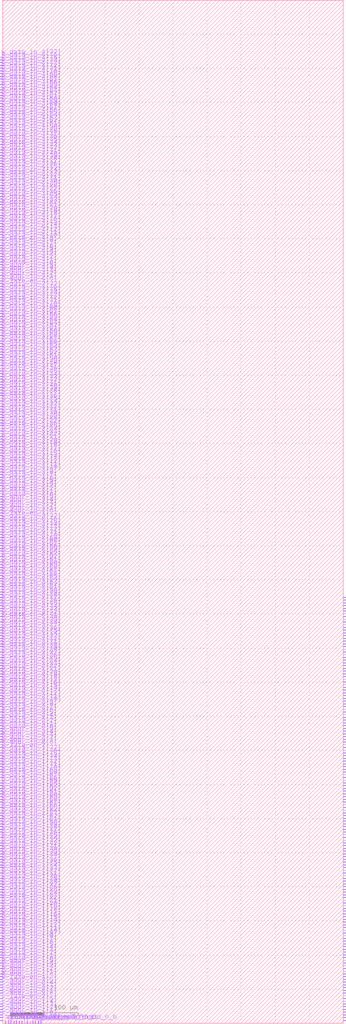
<source format=lef>
VERSION 5.7 ;
  NOWIREEXTENSIONATPIN ON ;
  DIVIDERCHAR "/" ;
  BUSBITCHARS "[]" ;
MACRO tri_144x78_2r4w
  CLASS BLOCK ;
  FOREIGN tri_144x78_2r4w ;
  ORIGIN 0.000 0.000 ;
  SIZE 500.000 BY 1500.000 ;
  PIN vdd
    DIRECTION INOUT ;
    USE SIGNAL ;
    PORT
      LAYER met3 ;
        RECT 4.000 -0.600 4.600 3.400 ;
    END
  END vdd
  PIN gnd
    DIRECTION INOUT ;
    USE SIGNAL ;
    PORT
      LAYER met3 ;
        RECT 8.000 -0.600 8.600 3.400 ;
    END
  END gnd
  PIN clk
    DIRECTION INPUT ;
    USE SIGNAL ;
    PORT
      LAYER met3 ;
        RECT 12.000 -0.600 12.600 3.400 ;
    END
  END clk
  PIN rst
    DIRECTION INPUT ;
    USE SIGNAL ;
    PORT
      LAYER met3 ;
        RECT 16.000 -0.600 16.600 3.400 ;
    END
  END rst
  PIN delay_lclkr_dc
    DIRECTION INPUT ;
    USE SIGNAL ;
    PORT
      LAYER met3 ;
        RECT 20.000 -0.600 20.600 3.400 ;
    END
  END delay_lclkr_dc
  PIN mpw1_dc_b
    DIRECTION INPUT ;
    USE SIGNAL ;
    PORT
      LAYER met3 ;
        RECT 24.000 -0.600 24.600 3.400 ;
    END
  END mpw1_dc_b
  PIN mpw2_dc_b
    DIRECTION INPUT ;
    USE SIGNAL ;
    PORT
      LAYER met3 ;
        RECT 28.000 -0.600 28.600 3.400 ;
    END
  END mpw2_dc_b
  PIN func_sl_force
    DIRECTION INPUT ;
    USE SIGNAL ;
    PORT
      LAYER met3 ;
        RECT 32.000 -0.600 32.600 3.400 ;
    END
  END func_sl_force
  PIN func_sl_thold_0_b
    DIRECTION INPUT ;
    USE SIGNAL ;
    PORT
      LAYER met3 ;
        RECT 36.000 -0.600 36.600 3.400 ;
    END
  END func_sl_thold_0_b
  PIN func_slp_sl_force
    DIRECTION INPUT ;
    USE SIGNAL ;
    PORT
      LAYER met3 ;
        RECT 40.000 -0.600 40.600 3.400 ;
    END
  END func_slp_sl_force
  PIN func_slp_sl_thold_0_b
    DIRECTION INPUT ;
    USE SIGNAL ;
    PORT
      LAYER met3 ;
        RECT 44.000 -0.600 44.600 3.400 ;
    END
  END func_slp_sl_thold_0_b
  PIN sg_0
    DIRECTION INPUT ;
    USE SIGNAL ;
    PORT
      LAYER met3 ;
        RECT 48.000 -0.600 48.600 3.400 ;
    END
  END sg_0
  PIN scan_in
    DIRECTION INPUT ;
    USE SIGNAL ;
    PORT
      LAYER met3 ;
        RECT 52.000 -0.600 52.600 3.400 ;
    END
  END scan_in
  PIN scan_out
    DIRECTION OUTPUT TRISTATE ;
    USE SIGNAL ;
    PORT
      LAYER met3 ;
        RECT 56.000 -0.600 56.600 3.400 ;
    END
  END scan_out
  PIN r_late_en_1
    DIRECTION INPUT ;
    USE SIGNAL ;
    PORT
      LAYER met3 ;
        RECT -4.000 4.000 0.000 4.600 ;
    END
  END r_late_en_1
  PIN r_addr_in_1[0]
    DIRECTION INPUT ;
    USE SIGNAL ;
    PORT
      LAYER met3 ;
        RECT -4.000 8.000 0.000 8.600 ;
    END
  END r_addr_in_1[0]
  PIN r_addr_in_1[1]
    DIRECTION INPUT ;
    USE SIGNAL ;
    PORT
      LAYER met3 ;
        RECT -4.000 12.000 0.000 12.600 ;
    END
  END r_addr_in_1[1]
  PIN r_addr_in_1[2]
    DIRECTION INPUT ;
    USE SIGNAL ;
    PORT
      LAYER met3 ;
        RECT -4.000 16.000 0.000 16.600 ;
    END
  END r_addr_in_1[2]
  PIN r_addr_in_1[3]
    DIRECTION INPUT ;
    USE SIGNAL ;
    PORT
      LAYER met3 ;
        RECT -4.000 20.000 0.000 20.600 ;
    END
  END r_addr_in_1[3]
  PIN r_addr_in_1[4]
    DIRECTION INPUT ;
    USE SIGNAL ;
    PORT
      LAYER met3 ;
        RECT -4.000 24.000 0.000 24.600 ;
    END
  END r_addr_in_1[4]
  PIN r_addr_in_1[5]
    DIRECTION INPUT ;
    USE SIGNAL ;
    PORT
      LAYER met3 ;
        RECT -4.000 28.000 0.000 28.600 ;
    END
  END r_addr_in_1[5]
  PIN r_data_out_1[0]
    DIRECTION OUTPUT TRISTATE ;
    USE SIGNAL ;
    PORT
      LAYER met3 ;
        RECT 500.000 4.000 504.000 4.600 ;
    END
  END r_data_out_1[0]
  PIN r_data_out_1[1]
    DIRECTION OUTPUT TRISTATE ;
    USE SIGNAL ;
    PORT
      LAYER met3 ;
        RECT 500.000 8.000 504.000 8.600 ;
    END
  END r_data_out_1[1]
  PIN r_data_out_1[2]
    DIRECTION OUTPUT TRISTATE ;
    USE SIGNAL ;
    PORT
      LAYER met3 ;
        RECT 500.000 12.000 504.000 12.600 ;
    END
  END r_data_out_1[2]
  PIN r_data_out_1[3]
    DIRECTION OUTPUT TRISTATE ;
    USE SIGNAL ;
    PORT
      LAYER met3 ;
        RECT 500.000 16.000 504.000 16.600 ;
    END
  END r_data_out_1[3]
  PIN r_data_out_1[4]
    DIRECTION OUTPUT TRISTATE ;
    USE SIGNAL ;
    PORT
      LAYER met3 ;
        RECT 500.000 20.000 504.000 20.600 ;
    END
  END r_data_out_1[4]
  PIN r_data_out_1[5]
    DIRECTION OUTPUT TRISTATE ;
    USE SIGNAL ;
    PORT
      LAYER met3 ;
        RECT 500.000 24.000 504.000 24.600 ;
    END
  END r_data_out_1[5]
  PIN r_data_out_1[6]
    DIRECTION OUTPUT TRISTATE ;
    USE SIGNAL ;
    PORT
      LAYER met3 ;
        RECT 500.000 28.000 504.000 28.600 ;
    END
  END r_data_out_1[6]
  PIN r_data_out_1[7]
    DIRECTION OUTPUT TRISTATE ;
    USE SIGNAL ;
    PORT
      LAYER met3 ;
        RECT 500.000 32.000 504.000 32.600 ;
    END
  END r_data_out_1[7]
  PIN r_data_out_1[8]
    DIRECTION OUTPUT TRISTATE ;
    USE SIGNAL ;
    PORT
      LAYER met3 ;
        RECT 500.000 36.000 504.000 36.600 ;
    END
  END r_data_out_1[8]
  PIN r_data_out_1[9]
    DIRECTION OUTPUT TRISTATE ;
    USE SIGNAL ;
    PORT
      LAYER met3 ;
        RECT 500.000 40.000 504.000 40.600 ;
    END
  END r_data_out_1[9]
  PIN r_data_out_1[10]
    DIRECTION OUTPUT TRISTATE ;
    USE SIGNAL ;
    PORT
      LAYER met3 ;
        RECT 500.000 44.000 504.000 44.600 ;
    END
  END r_data_out_1[10]
  PIN r_data_out_1[11]
    DIRECTION OUTPUT TRISTATE ;
    USE SIGNAL ;
    PORT
      LAYER met3 ;
        RECT 500.000 48.000 504.000 48.600 ;
    END
  END r_data_out_1[11]
  PIN r_data_out_1[12]
    DIRECTION OUTPUT TRISTATE ;
    USE SIGNAL ;
    PORT
      LAYER met3 ;
        RECT 500.000 52.000 504.000 52.600 ;
    END
  END r_data_out_1[12]
  PIN r_data_out_1[13]
    DIRECTION OUTPUT TRISTATE ;
    USE SIGNAL ;
    PORT
      LAYER met3 ;
        RECT 500.000 56.000 504.000 56.600 ;
    END
  END r_data_out_1[13]
  PIN r_data_out_1[14]
    DIRECTION OUTPUT TRISTATE ;
    USE SIGNAL ;
    PORT
      LAYER met3 ;
        RECT 500.000 60.000 504.000 60.600 ;
    END
  END r_data_out_1[14]
  PIN r_data_out_1[15]
    DIRECTION OUTPUT TRISTATE ;
    USE SIGNAL ;
    PORT
      LAYER met3 ;
        RECT 500.000 64.000 504.000 64.600 ;
    END
  END r_data_out_1[15]
  PIN r_data_out_1[16]
    DIRECTION OUTPUT TRISTATE ;
    USE SIGNAL ;
    PORT
      LAYER met3 ;
        RECT 500.000 68.000 504.000 68.600 ;
    END
  END r_data_out_1[16]
  PIN r_data_out_1[17]
    DIRECTION OUTPUT TRISTATE ;
    USE SIGNAL ;
    PORT
      LAYER met3 ;
        RECT 500.000 72.000 504.000 72.600 ;
    END
  END r_data_out_1[17]
  PIN r_data_out_1[18]
    DIRECTION OUTPUT TRISTATE ;
    USE SIGNAL ;
    PORT
      LAYER met3 ;
        RECT 500.000 76.000 504.000 76.600 ;
    END
  END r_data_out_1[18]
  PIN r_data_out_1[19]
    DIRECTION OUTPUT TRISTATE ;
    USE SIGNAL ;
    PORT
      LAYER met3 ;
        RECT 500.000 80.000 504.000 80.600 ;
    END
  END r_data_out_1[19]
  PIN r_data_out_1[20]
    DIRECTION OUTPUT TRISTATE ;
    USE SIGNAL ;
    PORT
      LAYER met3 ;
        RECT 500.000 84.000 504.000 84.600 ;
    END
  END r_data_out_1[20]
  PIN r_data_out_1[21]
    DIRECTION OUTPUT TRISTATE ;
    USE SIGNAL ;
    PORT
      LAYER met3 ;
        RECT 500.000 88.000 504.000 88.600 ;
    END
  END r_data_out_1[21]
  PIN r_data_out_1[22]
    DIRECTION OUTPUT TRISTATE ;
    USE SIGNAL ;
    PORT
      LAYER met3 ;
        RECT 500.000 92.000 504.000 92.600 ;
    END
  END r_data_out_1[22]
  PIN r_data_out_1[23]
    DIRECTION OUTPUT TRISTATE ;
    USE SIGNAL ;
    PORT
      LAYER met3 ;
        RECT 500.000 96.000 504.000 96.600 ;
    END
  END r_data_out_1[23]
  PIN r_data_out_1[24]
    DIRECTION OUTPUT TRISTATE ;
    USE SIGNAL ;
    PORT
      LAYER met3 ;
        RECT 500.000 100.000 504.000 100.600 ;
    END
  END r_data_out_1[24]
  PIN r_data_out_1[25]
    DIRECTION OUTPUT TRISTATE ;
    USE SIGNAL ;
    PORT
      LAYER met3 ;
        RECT 500.000 104.000 504.000 104.600 ;
    END
  END r_data_out_1[25]
  PIN r_data_out_1[26]
    DIRECTION OUTPUT TRISTATE ;
    USE SIGNAL ;
    PORT
      LAYER met3 ;
        RECT 500.000 108.000 504.000 108.600 ;
    END
  END r_data_out_1[26]
  PIN r_data_out_1[27]
    DIRECTION OUTPUT TRISTATE ;
    USE SIGNAL ;
    PORT
      LAYER met3 ;
        RECT 500.000 112.000 504.000 112.600 ;
    END
  END r_data_out_1[27]
  PIN r_data_out_1[28]
    DIRECTION OUTPUT TRISTATE ;
    USE SIGNAL ;
    PORT
      LAYER met3 ;
        RECT 500.000 116.000 504.000 116.600 ;
    END
  END r_data_out_1[28]
  PIN r_data_out_1[29]
    DIRECTION OUTPUT TRISTATE ;
    USE SIGNAL ;
    PORT
      LAYER met3 ;
        RECT 500.000 120.000 504.000 120.600 ;
    END
  END r_data_out_1[29]
  PIN r_data_out_1[30]
    DIRECTION OUTPUT TRISTATE ;
    USE SIGNAL ;
    PORT
      LAYER met3 ;
        RECT 500.000 124.000 504.000 124.600 ;
    END
  END r_data_out_1[30]
  PIN r_data_out_1[31]
    DIRECTION OUTPUT TRISTATE ;
    USE SIGNAL ;
    PORT
      LAYER met3 ;
        RECT 500.000 128.000 504.000 128.600 ;
    END
  END r_data_out_1[31]
  PIN r_data_out_1[32]
    DIRECTION OUTPUT TRISTATE ;
    USE SIGNAL ;
    PORT
      LAYER met3 ;
        RECT 500.000 132.000 504.000 132.600 ;
    END
  END r_data_out_1[32]
  PIN r_data_out_1[33]
    DIRECTION OUTPUT TRISTATE ;
    USE SIGNAL ;
    PORT
      LAYER met3 ;
        RECT 500.000 136.000 504.000 136.600 ;
    END
  END r_data_out_1[33]
  PIN r_data_out_1[34]
    DIRECTION OUTPUT TRISTATE ;
    USE SIGNAL ;
    PORT
      LAYER met3 ;
        RECT 500.000 140.000 504.000 140.600 ;
    END
  END r_data_out_1[34]
  PIN r_data_out_1[35]
    DIRECTION OUTPUT TRISTATE ;
    USE SIGNAL ;
    PORT
      LAYER met3 ;
        RECT 500.000 144.000 504.000 144.600 ;
    END
  END r_data_out_1[35]
  PIN r_data_out_1[36]
    DIRECTION OUTPUT TRISTATE ;
    USE SIGNAL ;
    PORT
      LAYER met3 ;
        RECT 500.000 148.000 504.000 148.600 ;
    END
  END r_data_out_1[36]
  PIN r_data_out_1[37]
    DIRECTION OUTPUT TRISTATE ;
    USE SIGNAL ;
    PORT
      LAYER met3 ;
        RECT 500.000 152.000 504.000 152.600 ;
    END
  END r_data_out_1[37]
  PIN r_data_out_1[38]
    DIRECTION OUTPUT TRISTATE ;
    USE SIGNAL ;
    PORT
      LAYER met3 ;
        RECT 500.000 156.000 504.000 156.600 ;
    END
  END r_data_out_1[38]
  PIN r_data_out_1[39]
    DIRECTION OUTPUT TRISTATE ;
    USE SIGNAL ;
    PORT
      LAYER met3 ;
        RECT 500.000 160.000 504.000 160.600 ;
    END
  END r_data_out_1[39]
  PIN r_data_out_1[40]
    DIRECTION OUTPUT TRISTATE ;
    USE SIGNAL ;
    PORT
      LAYER met3 ;
        RECT 500.000 164.000 504.000 164.600 ;
    END
  END r_data_out_1[40]
  PIN r_data_out_1[41]
    DIRECTION OUTPUT TRISTATE ;
    USE SIGNAL ;
    PORT
      LAYER met3 ;
        RECT 500.000 168.000 504.000 168.600 ;
    END
  END r_data_out_1[41]
  PIN r_data_out_1[42]
    DIRECTION OUTPUT TRISTATE ;
    USE SIGNAL ;
    PORT
      LAYER met3 ;
        RECT 500.000 172.000 504.000 172.600 ;
    END
  END r_data_out_1[42]
  PIN r_data_out_1[43]
    DIRECTION OUTPUT TRISTATE ;
    USE SIGNAL ;
    PORT
      LAYER met3 ;
        RECT 500.000 176.000 504.000 176.600 ;
    END
  END r_data_out_1[43]
  PIN r_data_out_1[44]
    DIRECTION OUTPUT TRISTATE ;
    USE SIGNAL ;
    PORT
      LAYER met3 ;
        RECT 500.000 180.000 504.000 180.600 ;
    END
  END r_data_out_1[44]
  PIN r_data_out_1[45]
    DIRECTION OUTPUT TRISTATE ;
    USE SIGNAL ;
    PORT
      LAYER met3 ;
        RECT 500.000 184.000 504.000 184.600 ;
    END
  END r_data_out_1[45]
  PIN r_data_out_1[46]
    DIRECTION OUTPUT TRISTATE ;
    USE SIGNAL ;
    PORT
      LAYER met3 ;
        RECT 500.000 188.000 504.000 188.600 ;
    END
  END r_data_out_1[46]
  PIN r_data_out_1[47]
    DIRECTION OUTPUT TRISTATE ;
    USE SIGNAL ;
    PORT
      LAYER met3 ;
        RECT 500.000 192.000 504.000 192.600 ;
    END
  END r_data_out_1[47]
  PIN r_data_out_1[48]
    DIRECTION OUTPUT TRISTATE ;
    USE SIGNAL ;
    PORT
      LAYER met3 ;
        RECT 500.000 196.000 504.000 196.600 ;
    END
  END r_data_out_1[48]
  PIN r_data_out_1[49]
    DIRECTION OUTPUT TRISTATE ;
    USE SIGNAL ;
    PORT
      LAYER met3 ;
        RECT 500.000 200.000 504.000 200.600 ;
    END
  END r_data_out_1[49]
  PIN r_data_out_1[50]
    DIRECTION OUTPUT TRISTATE ;
    USE SIGNAL ;
    PORT
      LAYER met3 ;
        RECT 500.000 204.000 504.000 204.600 ;
    END
  END r_data_out_1[50]
  PIN r_data_out_1[51]
    DIRECTION OUTPUT TRISTATE ;
    USE SIGNAL ;
    PORT
      LAYER met3 ;
        RECT 500.000 208.000 504.000 208.600 ;
    END
  END r_data_out_1[51]
  PIN r_data_out_1[52]
    DIRECTION OUTPUT TRISTATE ;
    USE SIGNAL ;
    PORT
      LAYER met3 ;
        RECT 500.000 212.000 504.000 212.600 ;
    END
  END r_data_out_1[52]
  PIN r_data_out_1[53]
    DIRECTION OUTPUT TRISTATE ;
    USE SIGNAL ;
    PORT
      LAYER met3 ;
        RECT 500.000 216.000 504.000 216.600 ;
    END
  END r_data_out_1[53]
  PIN r_data_out_1[54]
    DIRECTION OUTPUT TRISTATE ;
    USE SIGNAL ;
    PORT
      LAYER met3 ;
        RECT 500.000 220.000 504.000 220.600 ;
    END
  END r_data_out_1[54]
  PIN r_data_out_1[55]
    DIRECTION OUTPUT TRISTATE ;
    USE SIGNAL ;
    PORT
      LAYER met3 ;
        RECT 500.000 224.000 504.000 224.600 ;
    END
  END r_data_out_1[55]
  PIN r_data_out_1[56]
    DIRECTION OUTPUT TRISTATE ;
    USE SIGNAL ;
    PORT
      LAYER met3 ;
        RECT 500.000 228.000 504.000 228.600 ;
    END
  END r_data_out_1[56]
  PIN r_data_out_1[57]
    DIRECTION OUTPUT TRISTATE ;
    USE SIGNAL ;
    PORT
      LAYER met3 ;
        RECT 500.000 232.000 504.000 232.600 ;
    END
  END r_data_out_1[57]
  PIN r_data_out_1[58]
    DIRECTION OUTPUT TRISTATE ;
    USE SIGNAL ;
    PORT
      LAYER met3 ;
        RECT 500.000 236.000 504.000 236.600 ;
    END
  END r_data_out_1[58]
  PIN r_data_out_1[59]
    DIRECTION OUTPUT TRISTATE ;
    USE SIGNAL ;
    PORT
      LAYER met3 ;
        RECT 500.000 240.000 504.000 240.600 ;
    END
  END r_data_out_1[59]
  PIN r_data_out_1[60]
    DIRECTION OUTPUT TRISTATE ;
    USE SIGNAL ;
    PORT
      LAYER met3 ;
        RECT 500.000 244.000 504.000 244.600 ;
    END
  END r_data_out_1[60]
  PIN r_data_out_1[61]
    DIRECTION OUTPUT TRISTATE ;
    USE SIGNAL ;
    PORT
      LAYER met3 ;
        RECT 500.000 248.000 504.000 248.600 ;
    END
  END r_data_out_1[61]
  PIN r_data_out_1[62]
    DIRECTION OUTPUT TRISTATE ;
    USE SIGNAL ;
    PORT
      LAYER met3 ;
        RECT 500.000 252.000 504.000 252.600 ;
    END
  END r_data_out_1[62]
  PIN r_data_out_1[63]
    DIRECTION OUTPUT TRISTATE ;
    USE SIGNAL ;
    PORT
      LAYER met3 ;
        RECT 500.000 256.000 504.000 256.600 ;
    END
  END r_data_out_1[63]
  PIN r_data_out_1[64]
    DIRECTION OUTPUT TRISTATE ;
    USE SIGNAL ;
    PORT
      LAYER met3 ;
        RECT 500.000 260.000 504.000 260.600 ;
    END
  END r_data_out_1[64]
  PIN r_data_out_1[65]
    DIRECTION OUTPUT TRISTATE ;
    USE SIGNAL ;
    PORT
      LAYER met3 ;
        RECT 500.000 264.000 504.000 264.600 ;
    END
  END r_data_out_1[65]
  PIN r_data_out_1[66]
    DIRECTION OUTPUT TRISTATE ;
    USE SIGNAL ;
    PORT
      LAYER met3 ;
        RECT 500.000 268.000 504.000 268.600 ;
    END
  END r_data_out_1[66]
  PIN r_data_out_1[67]
    DIRECTION OUTPUT TRISTATE ;
    USE SIGNAL ;
    PORT
      LAYER met3 ;
        RECT 500.000 272.000 504.000 272.600 ;
    END
  END r_data_out_1[67]
  PIN r_data_out_1[68]
    DIRECTION OUTPUT TRISTATE ;
    USE SIGNAL ;
    PORT
      LAYER met3 ;
        RECT 500.000 276.000 504.000 276.600 ;
    END
  END r_data_out_1[68]
  PIN r_data_out_1[69]
    DIRECTION OUTPUT TRISTATE ;
    USE SIGNAL ;
    PORT
      LAYER met3 ;
        RECT 500.000 280.000 504.000 280.600 ;
    END
  END r_data_out_1[69]
  PIN r_data_out_1[70]
    DIRECTION OUTPUT TRISTATE ;
    USE SIGNAL ;
    PORT
      LAYER met3 ;
        RECT 500.000 284.000 504.000 284.600 ;
    END
  END r_data_out_1[70]
  PIN r_data_out_1[71]
    DIRECTION OUTPUT TRISTATE ;
    USE SIGNAL ;
    PORT
      LAYER met3 ;
        RECT 500.000 288.000 504.000 288.600 ;
    END
  END r_data_out_1[71]
  PIN r_data_out_1[72]
    DIRECTION OUTPUT TRISTATE ;
    USE SIGNAL ;
    PORT
      LAYER met3 ;
        RECT 500.000 292.000 504.000 292.600 ;
    END
  END r_data_out_1[72]
  PIN r_data_out_1[73]
    DIRECTION OUTPUT TRISTATE ;
    USE SIGNAL ;
    PORT
      LAYER met3 ;
        RECT 500.000 296.000 504.000 296.600 ;
    END
  END r_data_out_1[73]
  PIN r_data_out_1[74]
    DIRECTION OUTPUT TRISTATE ;
    USE SIGNAL ;
    PORT
      LAYER met3 ;
        RECT 500.000 300.000 504.000 300.600 ;
    END
  END r_data_out_1[74]
  PIN r_data_out_1[75]
    DIRECTION OUTPUT TRISTATE ;
    USE SIGNAL ;
    PORT
      LAYER met3 ;
        RECT 500.000 304.000 504.000 304.600 ;
    END
  END r_data_out_1[75]
  PIN r_data_out_1[76]
    DIRECTION OUTPUT TRISTATE ;
    USE SIGNAL ;
    PORT
      LAYER met3 ;
        RECT 500.000 308.000 504.000 308.600 ;
    END
  END r_data_out_1[76]
  PIN r_data_out_1[77]
    DIRECTION OUTPUT TRISTATE ;
    USE SIGNAL ;
    PORT
      LAYER met3 ;
        RECT 500.000 312.000 504.000 312.600 ;
    END
  END r_data_out_1[77]
  PIN r_late_en_2
    DIRECTION INPUT ;
    USE SIGNAL ;
    PORT
      LAYER met3 ;
        RECT -4.000 32.000 0.000 32.600 ;
    END
  END r_late_en_2
  PIN r_addr_in_2[0]
    DIRECTION INPUT ;
    USE SIGNAL ;
    PORT
      LAYER met3 ;
        RECT -4.000 36.000 0.000 36.600 ;
    END
  END r_addr_in_2[0]
  PIN r_addr_in_2[1]
    DIRECTION INPUT ;
    USE SIGNAL ;
    PORT
      LAYER met3 ;
        RECT -4.000 40.000 0.000 40.600 ;
    END
  END r_addr_in_2[1]
  PIN r_addr_in_2[2]
    DIRECTION INPUT ;
    USE SIGNAL ;
    PORT
      LAYER met3 ;
        RECT -4.000 44.000 0.000 44.600 ;
    END
  END r_addr_in_2[2]
  PIN r_addr_in_2[3]
    DIRECTION INPUT ;
    USE SIGNAL ;
    PORT
      LAYER met3 ;
        RECT -4.000 48.000 0.000 48.600 ;
    END
  END r_addr_in_2[3]
  PIN r_addr_in_2[4]
    DIRECTION INPUT ;
    USE SIGNAL ;
    PORT
      LAYER met3 ;
        RECT -4.000 52.000 0.000 52.600 ;
    END
  END r_addr_in_2[4]
  PIN r_addr_in_2[5]
    DIRECTION INPUT ;
    USE SIGNAL ;
    PORT
      LAYER met3 ;
        RECT -4.000 56.000 0.000 56.600 ;
    END
  END r_addr_in_2[5]
  PIN r_data_out_2[0]
    DIRECTION OUTPUT TRISTATE ;
    USE SIGNAL ;
    PORT
      LAYER met3 ;
        RECT 500.000 316.000 504.000 316.600 ;
    END
  END r_data_out_2[0]
  PIN r_data_out_2[1]
    DIRECTION OUTPUT TRISTATE ;
    USE SIGNAL ;
    PORT
      LAYER met3 ;
        RECT 500.000 320.000 504.000 320.600 ;
    END
  END r_data_out_2[1]
  PIN r_data_out_2[2]
    DIRECTION OUTPUT TRISTATE ;
    USE SIGNAL ;
    PORT
      LAYER met3 ;
        RECT 500.000 324.000 504.000 324.600 ;
    END
  END r_data_out_2[2]
  PIN r_data_out_2[3]
    DIRECTION OUTPUT TRISTATE ;
    USE SIGNAL ;
    PORT
      LAYER met3 ;
        RECT 500.000 328.000 504.000 328.600 ;
    END
  END r_data_out_2[3]
  PIN r_data_out_2[4]
    DIRECTION OUTPUT TRISTATE ;
    USE SIGNAL ;
    PORT
      LAYER met3 ;
        RECT 500.000 332.000 504.000 332.600 ;
    END
  END r_data_out_2[4]
  PIN r_data_out_2[5]
    DIRECTION OUTPUT TRISTATE ;
    USE SIGNAL ;
    PORT
      LAYER met3 ;
        RECT 500.000 336.000 504.000 336.600 ;
    END
  END r_data_out_2[5]
  PIN r_data_out_2[6]
    DIRECTION OUTPUT TRISTATE ;
    USE SIGNAL ;
    PORT
      LAYER met3 ;
        RECT 500.000 340.000 504.000 340.600 ;
    END
  END r_data_out_2[6]
  PIN r_data_out_2[7]
    DIRECTION OUTPUT TRISTATE ;
    USE SIGNAL ;
    PORT
      LAYER met3 ;
        RECT 500.000 344.000 504.000 344.600 ;
    END
  END r_data_out_2[7]
  PIN r_data_out_2[8]
    DIRECTION OUTPUT TRISTATE ;
    USE SIGNAL ;
    PORT
      LAYER met3 ;
        RECT 500.000 348.000 504.000 348.600 ;
    END
  END r_data_out_2[8]
  PIN r_data_out_2[9]
    DIRECTION OUTPUT TRISTATE ;
    USE SIGNAL ;
    PORT
      LAYER met3 ;
        RECT 500.000 352.000 504.000 352.600 ;
    END
  END r_data_out_2[9]
  PIN r_data_out_2[10]
    DIRECTION OUTPUT TRISTATE ;
    USE SIGNAL ;
    PORT
      LAYER met3 ;
        RECT 500.000 356.000 504.000 356.600 ;
    END
  END r_data_out_2[10]
  PIN r_data_out_2[11]
    DIRECTION OUTPUT TRISTATE ;
    USE SIGNAL ;
    PORT
      LAYER met3 ;
        RECT 500.000 360.000 504.000 360.600 ;
    END
  END r_data_out_2[11]
  PIN r_data_out_2[12]
    DIRECTION OUTPUT TRISTATE ;
    USE SIGNAL ;
    PORT
      LAYER met3 ;
        RECT 500.000 364.000 504.000 364.600 ;
    END
  END r_data_out_2[12]
  PIN r_data_out_2[13]
    DIRECTION OUTPUT TRISTATE ;
    USE SIGNAL ;
    PORT
      LAYER met3 ;
        RECT 500.000 368.000 504.000 368.600 ;
    END
  END r_data_out_2[13]
  PIN r_data_out_2[14]
    DIRECTION OUTPUT TRISTATE ;
    USE SIGNAL ;
    PORT
      LAYER met3 ;
        RECT 500.000 372.000 504.000 372.600 ;
    END
  END r_data_out_2[14]
  PIN r_data_out_2[15]
    DIRECTION OUTPUT TRISTATE ;
    USE SIGNAL ;
    PORT
      LAYER met3 ;
        RECT 500.000 376.000 504.000 376.600 ;
    END
  END r_data_out_2[15]
  PIN r_data_out_2[16]
    DIRECTION OUTPUT TRISTATE ;
    USE SIGNAL ;
    PORT
      LAYER met3 ;
        RECT 500.000 380.000 504.000 380.600 ;
    END
  END r_data_out_2[16]
  PIN r_data_out_2[17]
    DIRECTION OUTPUT TRISTATE ;
    USE SIGNAL ;
    PORT
      LAYER met3 ;
        RECT 500.000 384.000 504.000 384.600 ;
    END
  END r_data_out_2[17]
  PIN r_data_out_2[18]
    DIRECTION OUTPUT TRISTATE ;
    USE SIGNAL ;
    PORT
      LAYER met3 ;
        RECT 500.000 388.000 504.000 388.600 ;
    END
  END r_data_out_2[18]
  PIN r_data_out_2[19]
    DIRECTION OUTPUT TRISTATE ;
    USE SIGNAL ;
    PORT
      LAYER met3 ;
        RECT 500.000 392.000 504.000 392.600 ;
    END
  END r_data_out_2[19]
  PIN r_data_out_2[20]
    DIRECTION OUTPUT TRISTATE ;
    USE SIGNAL ;
    PORT
      LAYER met3 ;
        RECT 500.000 396.000 504.000 396.600 ;
    END
  END r_data_out_2[20]
  PIN r_data_out_2[21]
    DIRECTION OUTPUT TRISTATE ;
    USE SIGNAL ;
    PORT
      LAYER met3 ;
        RECT 500.000 400.000 504.000 400.600 ;
    END
  END r_data_out_2[21]
  PIN r_data_out_2[22]
    DIRECTION OUTPUT TRISTATE ;
    USE SIGNAL ;
    PORT
      LAYER met3 ;
        RECT 500.000 404.000 504.000 404.600 ;
    END
  END r_data_out_2[22]
  PIN r_data_out_2[23]
    DIRECTION OUTPUT TRISTATE ;
    USE SIGNAL ;
    PORT
      LAYER met3 ;
        RECT 500.000 408.000 504.000 408.600 ;
    END
  END r_data_out_2[23]
  PIN r_data_out_2[24]
    DIRECTION OUTPUT TRISTATE ;
    USE SIGNAL ;
    PORT
      LAYER met3 ;
        RECT 500.000 412.000 504.000 412.600 ;
    END
  END r_data_out_2[24]
  PIN r_data_out_2[25]
    DIRECTION OUTPUT TRISTATE ;
    USE SIGNAL ;
    PORT
      LAYER met3 ;
        RECT 500.000 416.000 504.000 416.600 ;
    END
  END r_data_out_2[25]
  PIN r_data_out_2[26]
    DIRECTION OUTPUT TRISTATE ;
    USE SIGNAL ;
    PORT
      LAYER met3 ;
        RECT 500.000 420.000 504.000 420.600 ;
    END
  END r_data_out_2[26]
  PIN r_data_out_2[27]
    DIRECTION OUTPUT TRISTATE ;
    USE SIGNAL ;
    PORT
      LAYER met3 ;
        RECT 500.000 424.000 504.000 424.600 ;
    END
  END r_data_out_2[27]
  PIN r_data_out_2[28]
    DIRECTION OUTPUT TRISTATE ;
    USE SIGNAL ;
    PORT
      LAYER met3 ;
        RECT 500.000 428.000 504.000 428.600 ;
    END
  END r_data_out_2[28]
  PIN r_data_out_2[29]
    DIRECTION OUTPUT TRISTATE ;
    USE SIGNAL ;
    PORT
      LAYER met3 ;
        RECT 500.000 432.000 504.000 432.600 ;
    END
  END r_data_out_2[29]
  PIN r_data_out_2[30]
    DIRECTION OUTPUT TRISTATE ;
    USE SIGNAL ;
    PORT
      LAYER met3 ;
        RECT 500.000 436.000 504.000 436.600 ;
    END
  END r_data_out_2[30]
  PIN r_data_out_2[31]
    DIRECTION OUTPUT TRISTATE ;
    USE SIGNAL ;
    PORT
      LAYER met3 ;
        RECT 500.000 440.000 504.000 440.600 ;
    END
  END r_data_out_2[31]
  PIN r_data_out_2[32]
    DIRECTION OUTPUT TRISTATE ;
    USE SIGNAL ;
    PORT
      LAYER met3 ;
        RECT 500.000 444.000 504.000 444.600 ;
    END
  END r_data_out_2[32]
  PIN r_data_out_2[33]
    DIRECTION OUTPUT TRISTATE ;
    USE SIGNAL ;
    PORT
      LAYER met3 ;
        RECT 500.000 448.000 504.000 448.600 ;
    END
  END r_data_out_2[33]
  PIN r_data_out_2[34]
    DIRECTION OUTPUT TRISTATE ;
    USE SIGNAL ;
    PORT
      LAYER met3 ;
        RECT 500.000 452.000 504.000 452.600 ;
    END
  END r_data_out_2[34]
  PIN r_data_out_2[35]
    DIRECTION OUTPUT TRISTATE ;
    USE SIGNAL ;
    PORT
      LAYER met3 ;
        RECT 500.000 456.000 504.000 456.600 ;
    END
  END r_data_out_2[35]
  PIN r_data_out_2[36]
    DIRECTION OUTPUT TRISTATE ;
    USE SIGNAL ;
    PORT
      LAYER met3 ;
        RECT 500.000 460.000 504.000 460.600 ;
    END
  END r_data_out_2[36]
  PIN r_data_out_2[37]
    DIRECTION OUTPUT TRISTATE ;
    USE SIGNAL ;
    PORT
      LAYER met3 ;
        RECT 500.000 464.000 504.000 464.600 ;
    END
  END r_data_out_2[37]
  PIN r_data_out_2[38]
    DIRECTION OUTPUT TRISTATE ;
    USE SIGNAL ;
    PORT
      LAYER met3 ;
        RECT 500.000 468.000 504.000 468.600 ;
    END
  END r_data_out_2[38]
  PIN r_data_out_2[39]
    DIRECTION OUTPUT TRISTATE ;
    USE SIGNAL ;
    PORT
      LAYER met3 ;
        RECT 500.000 472.000 504.000 472.600 ;
    END
  END r_data_out_2[39]
  PIN r_data_out_2[40]
    DIRECTION OUTPUT TRISTATE ;
    USE SIGNAL ;
    PORT
      LAYER met3 ;
        RECT 500.000 476.000 504.000 476.600 ;
    END
  END r_data_out_2[40]
  PIN r_data_out_2[41]
    DIRECTION OUTPUT TRISTATE ;
    USE SIGNAL ;
    PORT
      LAYER met3 ;
        RECT 500.000 480.000 504.000 480.600 ;
    END
  END r_data_out_2[41]
  PIN r_data_out_2[42]
    DIRECTION OUTPUT TRISTATE ;
    USE SIGNAL ;
    PORT
      LAYER met3 ;
        RECT 500.000 484.000 504.000 484.600 ;
    END
  END r_data_out_2[42]
  PIN r_data_out_2[43]
    DIRECTION OUTPUT TRISTATE ;
    USE SIGNAL ;
    PORT
      LAYER met3 ;
        RECT 500.000 488.000 504.000 488.600 ;
    END
  END r_data_out_2[43]
  PIN r_data_out_2[44]
    DIRECTION OUTPUT TRISTATE ;
    USE SIGNAL ;
    PORT
      LAYER met3 ;
        RECT 500.000 492.000 504.000 492.600 ;
    END
  END r_data_out_2[44]
  PIN r_data_out_2[45]
    DIRECTION OUTPUT TRISTATE ;
    USE SIGNAL ;
    PORT
      LAYER met3 ;
        RECT 500.000 496.000 504.000 496.600 ;
    END
  END r_data_out_2[45]
  PIN r_data_out_2[46]
    DIRECTION OUTPUT TRISTATE ;
    USE SIGNAL ;
    PORT
      LAYER met3 ;
        RECT 500.000 500.000 504.000 500.600 ;
    END
  END r_data_out_2[46]
  PIN r_data_out_2[47]
    DIRECTION OUTPUT TRISTATE ;
    USE SIGNAL ;
    PORT
      LAYER met3 ;
        RECT 500.000 504.000 504.000 504.600 ;
    END
  END r_data_out_2[47]
  PIN r_data_out_2[48]
    DIRECTION OUTPUT TRISTATE ;
    USE SIGNAL ;
    PORT
      LAYER met3 ;
        RECT 500.000 508.000 504.000 508.600 ;
    END
  END r_data_out_2[48]
  PIN r_data_out_2[49]
    DIRECTION OUTPUT TRISTATE ;
    USE SIGNAL ;
    PORT
      LAYER met3 ;
        RECT 500.000 512.000 504.000 512.600 ;
    END
  END r_data_out_2[49]
  PIN r_data_out_2[50]
    DIRECTION OUTPUT TRISTATE ;
    USE SIGNAL ;
    PORT
      LAYER met3 ;
        RECT 500.000 516.000 504.000 516.600 ;
    END
  END r_data_out_2[50]
  PIN r_data_out_2[51]
    DIRECTION OUTPUT TRISTATE ;
    USE SIGNAL ;
    PORT
      LAYER met3 ;
        RECT 500.000 520.000 504.000 520.600 ;
    END
  END r_data_out_2[51]
  PIN r_data_out_2[52]
    DIRECTION OUTPUT TRISTATE ;
    USE SIGNAL ;
    PORT
      LAYER met3 ;
        RECT 500.000 524.000 504.000 524.600 ;
    END
  END r_data_out_2[52]
  PIN r_data_out_2[53]
    DIRECTION OUTPUT TRISTATE ;
    USE SIGNAL ;
    PORT
      LAYER met3 ;
        RECT 500.000 528.000 504.000 528.600 ;
    END
  END r_data_out_2[53]
  PIN r_data_out_2[54]
    DIRECTION OUTPUT TRISTATE ;
    USE SIGNAL ;
    PORT
      LAYER met3 ;
        RECT 500.000 532.000 504.000 532.600 ;
    END
  END r_data_out_2[54]
  PIN r_data_out_2[55]
    DIRECTION OUTPUT TRISTATE ;
    USE SIGNAL ;
    PORT
      LAYER met3 ;
        RECT 500.000 536.000 504.000 536.600 ;
    END
  END r_data_out_2[55]
  PIN r_data_out_2[56]
    DIRECTION OUTPUT TRISTATE ;
    USE SIGNAL ;
    PORT
      LAYER met3 ;
        RECT 500.000 540.000 504.000 540.600 ;
    END
  END r_data_out_2[56]
  PIN r_data_out_2[57]
    DIRECTION OUTPUT TRISTATE ;
    USE SIGNAL ;
    PORT
      LAYER met3 ;
        RECT 500.000 544.000 504.000 544.600 ;
    END
  END r_data_out_2[57]
  PIN r_data_out_2[58]
    DIRECTION OUTPUT TRISTATE ;
    USE SIGNAL ;
    PORT
      LAYER met3 ;
        RECT 500.000 548.000 504.000 548.600 ;
    END
  END r_data_out_2[58]
  PIN r_data_out_2[59]
    DIRECTION OUTPUT TRISTATE ;
    USE SIGNAL ;
    PORT
      LAYER met3 ;
        RECT 500.000 552.000 504.000 552.600 ;
    END
  END r_data_out_2[59]
  PIN r_data_out_2[60]
    DIRECTION OUTPUT TRISTATE ;
    USE SIGNAL ;
    PORT
      LAYER met3 ;
        RECT 500.000 556.000 504.000 556.600 ;
    END
  END r_data_out_2[60]
  PIN r_data_out_2[61]
    DIRECTION OUTPUT TRISTATE ;
    USE SIGNAL ;
    PORT
      LAYER met3 ;
        RECT 500.000 560.000 504.000 560.600 ;
    END
  END r_data_out_2[61]
  PIN r_data_out_2[62]
    DIRECTION OUTPUT TRISTATE ;
    USE SIGNAL ;
    PORT
      LAYER met3 ;
        RECT 500.000 564.000 504.000 564.600 ;
    END
  END r_data_out_2[62]
  PIN r_data_out_2[63]
    DIRECTION OUTPUT TRISTATE ;
    USE SIGNAL ;
    PORT
      LAYER met3 ;
        RECT 500.000 568.000 504.000 568.600 ;
    END
  END r_data_out_2[63]
  PIN r_data_out_2[64]
    DIRECTION OUTPUT TRISTATE ;
    USE SIGNAL ;
    PORT
      LAYER met3 ;
        RECT 500.000 572.000 504.000 572.600 ;
    END
  END r_data_out_2[64]
  PIN r_data_out_2[65]
    DIRECTION OUTPUT TRISTATE ;
    USE SIGNAL ;
    PORT
      LAYER met3 ;
        RECT 500.000 576.000 504.000 576.600 ;
    END
  END r_data_out_2[65]
  PIN r_data_out_2[66]
    DIRECTION OUTPUT TRISTATE ;
    USE SIGNAL ;
    PORT
      LAYER met3 ;
        RECT 500.000 580.000 504.000 580.600 ;
    END
  END r_data_out_2[66]
  PIN r_data_out_2[67]
    DIRECTION OUTPUT TRISTATE ;
    USE SIGNAL ;
    PORT
      LAYER met3 ;
        RECT 500.000 584.000 504.000 584.600 ;
    END
  END r_data_out_2[67]
  PIN r_data_out_2[68]
    DIRECTION OUTPUT TRISTATE ;
    USE SIGNAL ;
    PORT
      LAYER met3 ;
        RECT 500.000 588.000 504.000 588.600 ;
    END
  END r_data_out_2[68]
  PIN r_data_out_2[69]
    DIRECTION OUTPUT TRISTATE ;
    USE SIGNAL ;
    PORT
      LAYER met3 ;
        RECT 500.000 592.000 504.000 592.600 ;
    END
  END r_data_out_2[69]
  PIN r_data_out_2[70]
    DIRECTION OUTPUT TRISTATE ;
    USE SIGNAL ;
    PORT
      LAYER met3 ;
        RECT 500.000 596.000 504.000 596.600 ;
    END
  END r_data_out_2[70]
  PIN r_data_out_2[71]
    DIRECTION OUTPUT TRISTATE ;
    USE SIGNAL ;
    PORT
      LAYER met3 ;
        RECT 500.000 600.000 504.000 600.600 ;
    END
  END r_data_out_2[71]
  PIN r_data_out_2[72]
    DIRECTION OUTPUT TRISTATE ;
    USE SIGNAL ;
    PORT
      LAYER met3 ;
        RECT 500.000 604.000 504.000 604.600 ;
    END
  END r_data_out_2[72]
  PIN r_data_out_2[73]
    DIRECTION OUTPUT TRISTATE ;
    USE SIGNAL ;
    PORT
      LAYER met3 ;
        RECT 500.000 608.000 504.000 608.600 ;
    END
  END r_data_out_2[73]
  PIN r_data_out_2[74]
    DIRECTION OUTPUT TRISTATE ;
    USE SIGNAL ;
    PORT
      LAYER met3 ;
        RECT 500.000 612.000 504.000 612.600 ;
    END
  END r_data_out_2[74]
  PIN r_data_out_2[75]
    DIRECTION OUTPUT TRISTATE ;
    USE SIGNAL ;
    PORT
      LAYER met3 ;
        RECT 500.000 616.000 504.000 616.600 ;
    END
  END r_data_out_2[75]
  PIN r_data_out_2[76]
    DIRECTION OUTPUT TRISTATE ;
    USE SIGNAL ;
    PORT
      LAYER met3 ;
        RECT 500.000 620.000 504.000 620.600 ;
    END
  END r_data_out_2[76]
  PIN r_data_out_2[77]
    DIRECTION OUTPUT TRISTATE ;
    USE SIGNAL ;
    PORT
      LAYER met3 ;
        RECT 500.000 624.000 504.000 624.600 ;
    END
  END r_data_out_2[77]
  PIN w_late_en_1
    DIRECTION INPUT ;
    USE SIGNAL ;
    PORT
      LAYER met3 ;
        RECT -4.000 60.000 0.000 60.600 ;
    END
  END w_late_en_1
  PIN w_addr_in_1[0]
    DIRECTION INPUT ;
    USE SIGNAL ;
    PORT
      LAYER met3 ;
        RECT -4.000 64.000 0.000 64.600 ;
    END
  END w_addr_in_1[0]
  PIN w_addr_in_1[1]
    DIRECTION INPUT ;
    USE SIGNAL ;
    PORT
      LAYER met3 ;
        RECT -4.000 68.000 0.000 68.600 ;
    END
  END w_addr_in_1[1]
  PIN w_addr_in_1[2]
    DIRECTION INPUT ;
    USE SIGNAL ;
    PORT
      LAYER met3 ;
        RECT -4.000 72.000 0.000 72.600 ;
    END
  END w_addr_in_1[2]
  PIN w_addr_in_1[3]
    DIRECTION INPUT ;
    USE SIGNAL ;
    PORT
      LAYER met3 ;
        RECT -4.000 76.000 0.000 76.600 ;
    END
  END w_addr_in_1[3]
  PIN w_addr_in_1[4]
    DIRECTION INPUT ;
    USE SIGNAL ;
    PORT
      LAYER met3 ;
        RECT -4.000 80.000 0.000 80.600 ;
    END
  END w_addr_in_1[4]
  PIN w_addr_in_1[5]
    DIRECTION INPUT ;
    USE SIGNAL ;
    PORT
      LAYER met3 ;
        RECT -4.000 84.000 0.000 84.600 ;
    END
  END w_addr_in_1[5]
  PIN w_data_in_1[0]
    DIRECTION INPUT ;
    USE SIGNAL ;
    PORT
      LAYER met3 ;
        RECT -4.000 88.000 0.000 88.600 ;
    END
  END w_data_in_1[0]
  PIN w_data_in_1[1]
    DIRECTION INPUT ;
    USE SIGNAL ;
    PORT
      LAYER met3 ;
        RECT -4.000 92.000 0.000 92.600 ;
    END
  END w_data_in_1[1]
  PIN w_data_in_1[2]
    DIRECTION INPUT ;
    USE SIGNAL ;
    PORT
      LAYER met3 ;
        RECT -4.000 96.000 0.000 96.600 ;
    END
  END w_data_in_1[2]
  PIN w_data_in_1[3]
    DIRECTION INPUT ;
    USE SIGNAL ;
    PORT
      LAYER met3 ;
        RECT -4.000 100.000 0.000 100.600 ;
    END
  END w_data_in_1[3]
  PIN w_data_in_1[4]
    DIRECTION INPUT ;
    USE SIGNAL ;
    PORT
      LAYER met3 ;
        RECT -4.000 104.000 0.000 104.600 ;
    END
  END w_data_in_1[4]
  PIN w_data_in_1[5]
    DIRECTION INPUT ;
    USE SIGNAL ;
    PORT
      LAYER met3 ;
        RECT -4.000 108.000 0.000 108.600 ;
    END
  END w_data_in_1[5]
  PIN w_data_in_1[6]
    DIRECTION INPUT ;
    USE SIGNAL ;
    PORT
      LAYER met3 ;
        RECT -4.000 112.000 0.000 112.600 ;
    END
  END w_data_in_1[6]
  PIN w_data_in_1[7]
    DIRECTION INPUT ;
    USE SIGNAL ;
    PORT
      LAYER met3 ;
        RECT -4.000 116.000 0.000 116.600 ;
    END
  END w_data_in_1[7]
  PIN w_data_in_1[8]
    DIRECTION INPUT ;
    USE SIGNAL ;
    PORT
      LAYER met3 ;
        RECT -4.000 120.000 0.000 120.600 ;
    END
  END w_data_in_1[8]
  PIN w_data_in_1[9]
    DIRECTION INPUT ;
    USE SIGNAL ;
    PORT
      LAYER met3 ;
        RECT -4.000 124.000 0.000 124.600 ;
    END
  END w_data_in_1[9]
  PIN w_data_in_1[10]
    DIRECTION INPUT ;
    USE SIGNAL ;
    PORT
      LAYER met3 ;
        RECT -4.000 128.000 0.000 128.600 ;
    END
  END w_data_in_1[10]
  PIN w_data_in_1[11]
    DIRECTION INPUT ;
    USE SIGNAL ;
    PORT
      LAYER met3 ;
        RECT -4.000 132.000 0.000 132.600 ;
    END
  END w_data_in_1[11]
  PIN w_data_in_1[12]
    DIRECTION INPUT ;
    USE SIGNAL ;
    PORT
      LAYER met3 ;
        RECT -4.000 136.000 0.000 136.600 ;
    END
  END w_data_in_1[12]
  PIN w_data_in_1[13]
    DIRECTION INPUT ;
    USE SIGNAL ;
    PORT
      LAYER met3 ;
        RECT -4.000 140.000 0.000 140.600 ;
    END
  END w_data_in_1[13]
  PIN w_data_in_1[14]
    DIRECTION INPUT ;
    USE SIGNAL ;
    PORT
      LAYER met3 ;
        RECT -4.000 144.000 0.000 144.600 ;
    END
  END w_data_in_1[14]
  PIN w_data_in_1[15]
    DIRECTION INPUT ;
    USE SIGNAL ;
    PORT
      LAYER met3 ;
        RECT -4.000 148.000 0.000 148.600 ;
    END
  END w_data_in_1[15]
  PIN w_data_in_1[16]
    DIRECTION INPUT ;
    USE SIGNAL ;
    PORT
      LAYER met3 ;
        RECT -4.000 152.000 0.000 152.600 ;
    END
  END w_data_in_1[16]
  PIN w_data_in_1[17]
    DIRECTION INPUT ;
    USE SIGNAL ;
    PORT
      LAYER met3 ;
        RECT -4.000 156.000 0.000 156.600 ;
    END
  END w_data_in_1[17]
  PIN w_data_in_1[18]
    DIRECTION INPUT ;
    USE SIGNAL ;
    PORT
      LAYER met3 ;
        RECT -4.000 160.000 0.000 160.600 ;
    END
  END w_data_in_1[18]
  PIN w_data_in_1[19]
    DIRECTION INPUT ;
    USE SIGNAL ;
    PORT
      LAYER met3 ;
        RECT -4.000 164.000 0.000 164.600 ;
    END
  END w_data_in_1[19]
  PIN w_data_in_1[20]
    DIRECTION INPUT ;
    USE SIGNAL ;
    PORT
      LAYER met3 ;
        RECT -4.000 168.000 0.000 168.600 ;
    END
  END w_data_in_1[20]
  PIN w_data_in_1[21]
    DIRECTION INPUT ;
    USE SIGNAL ;
    PORT
      LAYER met3 ;
        RECT -4.000 172.000 0.000 172.600 ;
    END
  END w_data_in_1[21]
  PIN w_data_in_1[22]
    DIRECTION INPUT ;
    USE SIGNAL ;
    PORT
      LAYER met3 ;
        RECT -4.000 176.000 0.000 176.600 ;
    END
  END w_data_in_1[22]
  PIN w_data_in_1[23]
    DIRECTION INPUT ;
    USE SIGNAL ;
    PORT
      LAYER met3 ;
        RECT -4.000 180.000 0.000 180.600 ;
    END
  END w_data_in_1[23]
  PIN w_data_in_1[24]
    DIRECTION INPUT ;
    USE SIGNAL ;
    PORT
      LAYER met3 ;
        RECT -4.000 184.000 0.000 184.600 ;
    END
  END w_data_in_1[24]
  PIN w_data_in_1[25]
    DIRECTION INPUT ;
    USE SIGNAL ;
    PORT
      LAYER met3 ;
        RECT -4.000 188.000 0.000 188.600 ;
    END
  END w_data_in_1[25]
  PIN w_data_in_1[26]
    DIRECTION INPUT ;
    USE SIGNAL ;
    PORT
      LAYER met3 ;
        RECT -4.000 192.000 0.000 192.600 ;
    END
  END w_data_in_1[26]
  PIN w_data_in_1[27]
    DIRECTION INPUT ;
    USE SIGNAL ;
    PORT
      LAYER met3 ;
        RECT -4.000 196.000 0.000 196.600 ;
    END
  END w_data_in_1[27]
  PIN w_data_in_1[28]
    DIRECTION INPUT ;
    USE SIGNAL ;
    PORT
      LAYER met3 ;
        RECT -4.000 200.000 0.000 200.600 ;
    END
  END w_data_in_1[28]
  PIN w_data_in_1[29]
    DIRECTION INPUT ;
    USE SIGNAL ;
    PORT
      LAYER met3 ;
        RECT -4.000 204.000 0.000 204.600 ;
    END
  END w_data_in_1[29]
  PIN w_data_in_1[30]
    DIRECTION INPUT ;
    USE SIGNAL ;
    PORT
      LAYER met3 ;
        RECT -4.000 208.000 0.000 208.600 ;
    END
  END w_data_in_1[30]
  PIN w_data_in_1[31]
    DIRECTION INPUT ;
    USE SIGNAL ;
    PORT
      LAYER met3 ;
        RECT -4.000 212.000 0.000 212.600 ;
    END
  END w_data_in_1[31]
  PIN w_data_in_1[32]
    DIRECTION INPUT ;
    USE SIGNAL ;
    PORT
      LAYER met3 ;
        RECT -4.000 216.000 0.000 216.600 ;
    END
  END w_data_in_1[32]
  PIN w_data_in_1[33]
    DIRECTION INPUT ;
    USE SIGNAL ;
    PORT
      LAYER met3 ;
        RECT -4.000 220.000 0.000 220.600 ;
    END
  END w_data_in_1[33]
  PIN w_data_in_1[34]
    DIRECTION INPUT ;
    USE SIGNAL ;
    PORT
      LAYER met3 ;
        RECT -4.000 224.000 0.000 224.600 ;
    END
  END w_data_in_1[34]
  PIN w_data_in_1[35]
    DIRECTION INPUT ;
    USE SIGNAL ;
    PORT
      LAYER met3 ;
        RECT -4.000 228.000 0.000 228.600 ;
    END
  END w_data_in_1[35]
  PIN w_data_in_1[36]
    DIRECTION INPUT ;
    USE SIGNAL ;
    PORT
      LAYER met3 ;
        RECT -4.000 232.000 0.000 232.600 ;
    END
  END w_data_in_1[36]
  PIN w_data_in_1[37]
    DIRECTION INPUT ;
    USE SIGNAL ;
    PORT
      LAYER met3 ;
        RECT -4.000 236.000 0.000 236.600 ;
    END
  END w_data_in_1[37]
  PIN w_data_in_1[38]
    DIRECTION INPUT ;
    USE SIGNAL ;
    PORT
      LAYER met3 ;
        RECT -4.000 240.000 0.000 240.600 ;
    END
  END w_data_in_1[38]
  PIN w_data_in_1[39]
    DIRECTION INPUT ;
    USE SIGNAL ;
    PORT
      LAYER met3 ;
        RECT -4.000 244.000 0.000 244.600 ;
    END
  END w_data_in_1[39]
  PIN w_data_in_1[40]
    DIRECTION INPUT ;
    USE SIGNAL ;
    PORT
      LAYER met3 ;
        RECT -4.000 248.000 0.000 248.600 ;
    END
  END w_data_in_1[40]
  PIN w_data_in_1[41]
    DIRECTION INPUT ;
    USE SIGNAL ;
    PORT
      LAYER met3 ;
        RECT -4.000 252.000 0.000 252.600 ;
    END
  END w_data_in_1[41]
  PIN w_data_in_1[42]
    DIRECTION INPUT ;
    USE SIGNAL ;
    PORT
      LAYER met3 ;
        RECT -4.000 256.000 0.000 256.600 ;
    END
  END w_data_in_1[42]
  PIN w_data_in_1[43]
    DIRECTION INPUT ;
    USE SIGNAL ;
    PORT
      LAYER met3 ;
        RECT -4.000 260.000 0.000 260.600 ;
    END
  END w_data_in_1[43]
  PIN w_data_in_1[44]
    DIRECTION INPUT ;
    USE SIGNAL ;
    PORT
      LAYER met3 ;
        RECT -4.000 264.000 0.000 264.600 ;
    END
  END w_data_in_1[44]
  PIN w_data_in_1[45]
    DIRECTION INPUT ;
    USE SIGNAL ;
    PORT
      LAYER met3 ;
        RECT -4.000 268.000 0.000 268.600 ;
    END
  END w_data_in_1[45]
  PIN w_data_in_1[46]
    DIRECTION INPUT ;
    USE SIGNAL ;
    PORT
      LAYER met3 ;
        RECT -4.000 272.000 0.000 272.600 ;
    END
  END w_data_in_1[46]
  PIN w_data_in_1[47]
    DIRECTION INPUT ;
    USE SIGNAL ;
    PORT
      LAYER met3 ;
        RECT -4.000 276.000 0.000 276.600 ;
    END
  END w_data_in_1[47]
  PIN w_data_in_1[48]
    DIRECTION INPUT ;
    USE SIGNAL ;
    PORT
      LAYER met3 ;
        RECT -4.000 280.000 0.000 280.600 ;
    END
  END w_data_in_1[48]
  PIN w_data_in_1[49]
    DIRECTION INPUT ;
    USE SIGNAL ;
    PORT
      LAYER met3 ;
        RECT -4.000 284.000 0.000 284.600 ;
    END
  END w_data_in_1[49]
  PIN w_data_in_1[50]
    DIRECTION INPUT ;
    USE SIGNAL ;
    PORT
      LAYER met3 ;
        RECT -4.000 288.000 0.000 288.600 ;
    END
  END w_data_in_1[50]
  PIN w_data_in_1[51]
    DIRECTION INPUT ;
    USE SIGNAL ;
    PORT
      LAYER met3 ;
        RECT -4.000 292.000 0.000 292.600 ;
    END
  END w_data_in_1[51]
  PIN w_data_in_1[52]
    DIRECTION INPUT ;
    USE SIGNAL ;
    PORT
      LAYER met3 ;
        RECT -4.000 296.000 0.000 296.600 ;
    END
  END w_data_in_1[52]
  PIN w_data_in_1[53]
    DIRECTION INPUT ;
    USE SIGNAL ;
    PORT
      LAYER met3 ;
        RECT -4.000 300.000 0.000 300.600 ;
    END
  END w_data_in_1[53]
  PIN w_data_in_1[54]
    DIRECTION INPUT ;
    USE SIGNAL ;
    PORT
      LAYER met3 ;
        RECT -4.000 304.000 0.000 304.600 ;
    END
  END w_data_in_1[54]
  PIN w_data_in_1[55]
    DIRECTION INPUT ;
    USE SIGNAL ;
    PORT
      LAYER met3 ;
        RECT -4.000 308.000 0.000 308.600 ;
    END
  END w_data_in_1[55]
  PIN w_data_in_1[56]
    DIRECTION INPUT ;
    USE SIGNAL ;
    PORT
      LAYER met3 ;
        RECT -4.000 312.000 0.000 312.600 ;
    END
  END w_data_in_1[56]
  PIN w_data_in_1[57]
    DIRECTION INPUT ;
    USE SIGNAL ;
    PORT
      LAYER met3 ;
        RECT -4.000 316.000 0.000 316.600 ;
    END
  END w_data_in_1[57]
  PIN w_data_in_1[58]
    DIRECTION INPUT ;
    USE SIGNAL ;
    PORT
      LAYER met3 ;
        RECT -4.000 320.000 0.000 320.600 ;
    END
  END w_data_in_1[58]
  PIN w_data_in_1[59]
    DIRECTION INPUT ;
    USE SIGNAL ;
    PORT
      LAYER met3 ;
        RECT -4.000 324.000 0.000 324.600 ;
    END
  END w_data_in_1[59]
  PIN w_data_in_1[60]
    DIRECTION INPUT ;
    USE SIGNAL ;
    PORT
      LAYER met3 ;
        RECT -4.000 328.000 0.000 328.600 ;
    END
  END w_data_in_1[60]
  PIN w_data_in_1[61]
    DIRECTION INPUT ;
    USE SIGNAL ;
    PORT
      LAYER met3 ;
        RECT -4.000 332.000 0.000 332.600 ;
    END
  END w_data_in_1[61]
  PIN w_data_in_1[62]
    DIRECTION INPUT ;
    USE SIGNAL ;
    PORT
      LAYER met3 ;
        RECT -4.000 336.000 0.000 336.600 ;
    END
  END w_data_in_1[62]
  PIN w_data_in_1[63]
    DIRECTION INPUT ;
    USE SIGNAL ;
    PORT
      LAYER met3 ;
        RECT -4.000 340.000 0.000 340.600 ;
    END
  END w_data_in_1[63]
  PIN w_data_in_1[64]
    DIRECTION INPUT ;
    USE SIGNAL ;
    PORT
      LAYER met3 ;
        RECT -4.000 344.000 0.000 344.600 ;
    END
  END w_data_in_1[64]
  PIN w_data_in_1[65]
    DIRECTION INPUT ;
    USE SIGNAL ;
    PORT
      LAYER met3 ;
        RECT -4.000 348.000 0.000 348.600 ;
    END
  END w_data_in_1[65]
  PIN w_data_in_1[66]
    DIRECTION INPUT ;
    USE SIGNAL ;
    PORT
      LAYER met3 ;
        RECT -4.000 352.000 0.000 352.600 ;
    END
  END w_data_in_1[66]
  PIN w_data_in_1[67]
    DIRECTION INPUT ;
    USE SIGNAL ;
    PORT
      LAYER met3 ;
        RECT -4.000 356.000 0.000 356.600 ;
    END
  END w_data_in_1[67]
  PIN w_data_in_1[68]
    DIRECTION INPUT ;
    USE SIGNAL ;
    PORT
      LAYER met3 ;
        RECT -4.000 360.000 0.000 360.600 ;
    END
  END w_data_in_1[68]
  PIN w_data_in_1[69]
    DIRECTION INPUT ;
    USE SIGNAL ;
    PORT
      LAYER met3 ;
        RECT -4.000 364.000 0.000 364.600 ;
    END
  END w_data_in_1[69]
  PIN w_data_in_1[70]
    DIRECTION INPUT ;
    USE SIGNAL ;
    PORT
      LAYER met3 ;
        RECT -4.000 368.000 0.000 368.600 ;
    END
  END w_data_in_1[70]
  PIN w_data_in_1[71]
    DIRECTION INPUT ;
    USE SIGNAL ;
    PORT
      LAYER met3 ;
        RECT -4.000 372.000 0.000 372.600 ;
    END
  END w_data_in_1[71]
  PIN w_data_in_1[72]
    DIRECTION INPUT ;
    USE SIGNAL ;
    PORT
      LAYER met3 ;
        RECT -4.000 376.000 0.000 376.600 ;
    END
  END w_data_in_1[72]
  PIN w_data_in_1[73]
    DIRECTION INPUT ;
    USE SIGNAL ;
    PORT
      LAYER met3 ;
        RECT -4.000 380.000 0.000 380.600 ;
    END
  END w_data_in_1[73]
  PIN w_data_in_1[74]
    DIRECTION INPUT ;
    USE SIGNAL ;
    PORT
      LAYER met3 ;
        RECT -4.000 384.000 0.000 384.600 ;
    END
  END w_data_in_1[74]
  PIN w_data_in_1[75]
    DIRECTION INPUT ;
    USE SIGNAL ;
    PORT
      LAYER met3 ;
        RECT -4.000 388.000 0.000 388.600 ;
    END
  END w_data_in_1[75]
  PIN w_data_in_1[76]
    DIRECTION INPUT ;
    USE SIGNAL ;
    PORT
      LAYER met3 ;
        RECT -4.000 392.000 0.000 392.600 ;
    END
  END w_data_in_1[76]
  PIN w_data_in_1[77]
    DIRECTION INPUT ;
    USE SIGNAL ;
    PORT
      LAYER met3 ;
        RECT -4.000 396.000 0.000 396.600 ;
    END
  END w_data_in_1[77]
  PIN w_late_en_2
    DIRECTION INPUT ;
    USE SIGNAL ;
    PORT
      LAYER met3 ;
        RECT -4.000 400.000 0.000 400.600 ;
    END
  END w_late_en_2
  PIN w_addr_in_2[0]
    DIRECTION INPUT ;
    USE SIGNAL ;
    PORT
      LAYER met3 ;
        RECT -4.000 404.000 0.000 404.600 ;
    END
  END w_addr_in_2[0]
  PIN w_addr_in_2[1]
    DIRECTION INPUT ;
    USE SIGNAL ;
    PORT
      LAYER met3 ;
        RECT -4.000 408.000 0.000 408.600 ;
    END
  END w_addr_in_2[1]
  PIN w_addr_in_2[2]
    DIRECTION INPUT ;
    USE SIGNAL ;
    PORT
      LAYER met3 ;
        RECT -4.000 412.000 0.000 412.600 ;
    END
  END w_addr_in_2[2]
  PIN w_addr_in_2[3]
    DIRECTION INPUT ;
    USE SIGNAL ;
    PORT
      LAYER met3 ;
        RECT -4.000 416.000 0.000 416.600 ;
    END
  END w_addr_in_2[3]
  PIN w_addr_in_2[4]
    DIRECTION INPUT ;
    USE SIGNAL ;
    PORT
      LAYER met3 ;
        RECT -4.000 420.000 0.000 420.600 ;
    END
  END w_addr_in_2[4]
  PIN w_addr_in_2[5]
    DIRECTION INPUT ;
    USE SIGNAL ;
    PORT
      LAYER met3 ;
        RECT -4.000 424.000 0.000 424.600 ;
    END
  END w_addr_in_2[5]
  PIN w_data_in_2[0]
    DIRECTION INPUT ;
    USE SIGNAL ;
    PORT
      LAYER met3 ;
        RECT -4.000 428.000 0.000 428.600 ;
    END
  END w_data_in_2[0]
  PIN w_data_in_2[1]
    DIRECTION INPUT ;
    USE SIGNAL ;
    PORT
      LAYER met3 ;
        RECT -4.000 432.000 0.000 432.600 ;
    END
  END w_data_in_2[1]
  PIN w_data_in_2[2]
    DIRECTION INPUT ;
    USE SIGNAL ;
    PORT
      LAYER met3 ;
        RECT -4.000 436.000 0.000 436.600 ;
    END
  END w_data_in_2[2]
  PIN w_data_in_2[3]
    DIRECTION INPUT ;
    USE SIGNAL ;
    PORT
      LAYER met3 ;
        RECT -4.000 440.000 0.000 440.600 ;
    END
  END w_data_in_2[3]
  PIN w_data_in_2[4]
    DIRECTION INPUT ;
    USE SIGNAL ;
    PORT
      LAYER met3 ;
        RECT -4.000 444.000 0.000 444.600 ;
    END
  END w_data_in_2[4]
  PIN w_data_in_2[5]
    DIRECTION INPUT ;
    USE SIGNAL ;
    PORT
      LAYER met3 ;
        RECT -4.000 448.000 0.000 448.600 ;
    END
  END w_data_in_2[5]
  PIN w_data_in_2[6]
    DIRECTION INPUT ;
    USE SIGNAL ;
    PORT
      LAYER met3 ;
        RECT -4.000 452.000 0.000 452.600 ;
    END
  END w_data_in_2[6]
  PIN w_data_in_2[7]
    DIRECTION INPUT ;
    USE SIGNAL ;
    PORT
      LAYER met3 ;
        RECT -4.000 456.000 0.000 456.600 ;
    END
  END w_data_in_2[7]
  PIN w_data_in_2[8]
    DIRECTION INPUT ;
    USE SIGNAL ;
    PORT
      LAYER met3 ;
        RECT -4.000 460.000 0.000 460.600 ;
    END
  END w_data_in_2[8]
  PIN w_data_in_2[9]
    DIRECTION INPUT ;
    USE SIGNAL ;
    PORT
      LAYER met3 ;
        RECT -4.000 464.000 0.000 464.600 ;
    END
  END w_data_in_2[9]
  PIN w_data_in_2[10]
    DIRECTION INPUT ;
    USE SIGNAL ;
    PORT
      LAYER met3 ;
        RECT -4.000 468.000 0.000 468.600 ;
    END
  END w_data_in_2[10]
  PIN w_data_in_2[11]
    DIRECTION INPUT ;
    USE SIGNAL ;
    PORT
      LAYER met3 ;
        RECT -4.000 472.000 0.000 472.600 ;
    END
  END w_data_in_2[11]
  PIN w_data_in_2[12]
    DIRECTION INPUT ;
    USE SIGNAL ;
    PORT
      LAYER met3 ;
        RECT -4.000 476.000 0.000 476.600 ;
    END
  END w_data_in_2[12]
  PIN w_data_in_2[13]
    DIRECTION INPUT ;
    USE SIGNAL ;
    PORT
      LAYER met3 ;
        RECT -4.000 480.000 0.000 480.600 ;
    END
  END w_data_in_2[13]
  PIN w_data_in_2[14]
    DIRECTION INPUT ;
    USE SIGNAL ;
    PORT
      LAYER met3 ;
        RECT -4.000 484.000 0.000 484.600 ;
    END
  END w_data_in_2[14]
  PIN w_data_in_2[15]
    DIRECTION INPUT ;
    USE SIGNAL ;
    PORT
      LAYER met3 ;
        RECT -4.000 488.000 0.000 488.600 ;
    END
  END w_data_in_2[15]
  PIN w_data_in_2[16]
    DIRECTION INPUT ;
    USE SIGNAL ;
    PORT
      LAYER met3 ;
        RECT -4.000 492.000 0.000 492.600 ;
    END
  END w_data_in_2[16]
  PIN w_data_in_2[17]
    DIRECTION INPUT ;
    USE SIGNAL ;
    PORT
      LAYER met3 ;
        RECT -4.000 496.000 0.000 496.600 ;
    END
  END w_data_in_2[17]
  PIN w_data_in_2[18]
    DIRECTION INPUT ;
    USE SIGNAL ;
    PORT
      LAYER met3 ;
        RECT -4.000 500.000 0.000 500.600 ;
    END
  END w_data_in_2[18]
  PIN w_data_in_2[19]
    DIRECTION INPUT ;
    USE SIGNAL ;
    PORT
      LAYER met3 ;
        RECT -4.000 504.000 0.000 504.600 ;
    END
  END w_data_in_2[19]
  PIN w_data_in_2[20]
    DIRECTION INPUT ;
    USE SIGNAL ;
    PORT
      LAYER met3 ;
        RECT -4.000 508.000 0.000 508.600 ;
    END
  END w_data_in_2[20]
  PIN w_data_in_2[21]
    DIRECTION INPUT ;
    USE SIGNAL ;
    PORT
      LAYER met3 ;
        RECT -4.000 512.000 0.000 512.600 ;
    END
  END w_data_in_2[21]
  PIN w_data_in_2[22]
    DIRECTION INPUT ;
    USE SIGNAL ;
    PORT
      LAYER met3 ;
        RECT -4.000 516.000 0.000 516.600 ;
    END
  END w_data_in_2[22]
  PIN w_data_in_2[23]
    DIRECTION INPUT ;
    USE SIGNAL ;
    PORT
      LAYER met3 ;
        RECT -4.000 520.000 0.000 520.600 ;
    END
  END w_data_in_2[23]
  PIN w_data_in_2[24]
    DIRECTION INPUT ;
    USE SIGNAL ;
    PORT
      LAYER met3 ;
        RECT -4.000 524.000 0.000 524.600 ;
    END
  END w_data_in_2[24]
  PIN w_data_in_2[25]
    DIRECTION INPUT ;
    USE SIGNAL ;
    PORT
      LAYER met3 ;
        RECT -4.000 528.000 0.000 528.600 ;
    END
  END w_data_in_2[25]
  PIN w_data_in_2[26]
    DIRECTION INPUT ;
    USE SIGNAL ;
    PORT
      LAYER met3 ;
        RECT -4.000 532.000 0.000 532.600 ;
    END
  END w_data_in_2[26]
  PIN w_data_in_2[27]
    DIRECTION INPUT ;
    USE SIGNAL ;
    PORT
      LAYER met3 ;
        RECT -4.000 536.000 0.000 536.600 ;
    END
  END w_data_in_2[27]
  PIN w_data_in_2[28]
    DIRECTION INPUT ;
    USE SIGNAL ;
    PORT
      LAYER met3 ;
        RECT -4.000 540.000 0.000 540.600 ;
    END
  END w_data_in_2[28]
  PIN w_data_in_2[29]
    DIRECTION INPUT ;
    USE SIGNAL ;
    PORT
      LAYER met3 ;
        RECT -4.000 544.000 0.000 544.600 ;
    END
  END w_data_in_2[29]
  PIN w_data_in_2[30]
    DIRECTION INPUT ;
    USE SIGNAL ;
    PORT
      LAYER met3 ;
        RECT -4.000 548.000 0.000 548.600 ;
    END
  END w_data_in_2[30]
  PIN w_data_in_2[31]
    DIRECTION INPUT ;
    USE SIGNAL ;
    PORT
      LAYER met3 ;
        RECT -4.000 552.000 0.000 552.600 ;
    END
  END w_data_in_2[31]
  PIN w_data_in_2[32]
    DIRECTION INPUT ;
    USE SIGNAL ;
    PORT
      LAYER met3 ;
        RECT -4.000 556.000 0.000 556.600 ;
    END
  END w_data_in_2[32]
  PIN w_data_in_2[33]
    DIRECTION INPUT ;
    USE SIGNAL ;
    PORT
      LAYER met3 ;
        RECT -4.000 560.000 0.000 560.600 ;
    END
  END w_data_in_2[33]
  PIN w_data_in_2[34]
    DIRECTION INPUT ;
    USE SIGNAL ;
    PORT
      LAYER met3 ;
        RECT -4.000 564.000 0.000 564.600 ;
    END
  END w_data_in_2[34]
  PIN w_data_in_2[35]
    DIRECTION INPUT ;
    USE SIGNAL ;
    PORT
      LAYER met3 ;
        RECT -4.000 568.000 0.000 568.600 ;
    END
  END w_data_in_2[35]
  PIN w_data_in_2[36]
    DIRECTION INPUT ;
    USE SIGNAL ;
    PORT
      LAYER met3 ;
        RECT -4.000 572.000 0.000 572.600 ;
    END
  END w_data_in_2[36]
  PIN w_data_in_2[37]
    DIRECTION INPUT ;
    USE SIGNAL ;
    PORT
      LAYER met3 ;
        RECT -4.000 576.000 0.000 576.600 ;
    END
  END w_data_in_2[37]
  PIN w_data_in_2[38]
    DIRECTION INPUT ;
    USE SIGNAL ;
    PORT
      LAYER met3 ;
        RECT -4.000 580.000 0.000 580.600 ;
    END
  END w_data_in_2[38]
  PIN w_data_in_2[39]
    DIRECTION INPUT ;
    USE SIGNAL ;
    PORT
      LAYER met3 ;
        RECT -4.000 584.000 0.000 584.600 ;
    END
  END w_data_in_2[39]
  PIN w_data_in_2[40]
    DIRECTION INPUT ;
    USE SIGNAL ;
    PORT
      LAYER met3 ;
        RECT -4.000 588.000 0.000 588.600 ;
    END
  END w_data_in_2[40]
  PIN w_data_in_2[41]
    DIRECTION INPUT ;
    USE SIGNAL ;
    PORT
      LAYER met3 ;
        RECT -4.000 592.000 0.000 592.600 ;
    END
  END w_data_in_2[41]
  PIN w_data_in_2[42]
    DIRECTION INPUT ;
    USE SIGNAL ;
    PORT
      LAYER met3 ;
        RECT -4.000 596.000 0.000 596.600 ;
    END
  END w_data_in_2[42]
  PIN w_data_in_2[43]
    DIRECTION INPUT ;
    USE SIGNAL ;
    PORT
      LAYER met3 ;
        RECT -4.000 600.000 0.000 600.600 ;
    END
  END w_data_in_2[43]
  PIN w_data_in_2[44]
    DIRECTION INPUT ;
    USE SIGNAL ;
    PORT
      LAYER met3 ;
        RECT -4.000 604.000 0.000 604.600 ;
    END
  END w_data_in_2[44]
  PIN w_data_in_2[45]
    DIRECTION INPUT ;
    USE SIGNAL ;
    PORT
      LAYER met3 ;
        RECT -4.000 608.000 0.000 608.600 ;
    END
  END w_data_in_2[45]
  PIN w_data_in_2[46]
    DIRECTION INPUT ;
    USE SIGNAL ;
    PORT
      LAYER met3 ;
        RECT -4.000 612.000 0.000 612.600 ;
    END
  END w_data_in_2[46]
  PIN w_data_in_2[47]
    DIRECTION INPUT ;
    USE SIGNAL ;
    PORT
      LAYER met3 ;
        RECT -4.000 616.000 0.000 616.600 ;
    END
  END w_data_in_2[47]
  PIN w_data_in_2[48]
    DIRECTION INPUT ;
    USE SIGNAL ;
    PORT
      LAYER met3 ;
        RECT -4.000 620.000 0.000 620.600 ;
    END
  END w_data_in_2[48]
  PIN w_data_in_2[49]
    DIRECTION INPUT ;
    USE SIGNAL ;
    PORT
      LAYER met3 ;
        RECT -4.000 624.000 0.000 624.600 ;
    END
  END w_data_in_2[49]
  PIN w_data_in_2[50]
    DIRECTION INPUT ;
    USE SIGNAL ;
    PORT
      LAYER met3 ;
        RECT -4.000 628.000 0.000 628.600 ;
    END
  END w_data_in_2[50]
  PIN w_data_in_2[51]
    DIRECTION INPUT ;
    USE SIGNAL ;
    PORT
      LAYER met3 ;
        RECT -4.000 632.000 0.000 632.600 ;
    END
  END w_data_in_2[51]
  PIN w_data_in_2[52]
    DIRECTION INPUT ;
    USE SIGNAL ;
    PORT
      LAYER met3 ;
        RECT -4.000 636.000 0.000 636.600 ;
    END
  END w_data_in_2[52]
  PIN w_data_in_2[53]
    DIRECTION INPUT ;
    USE SIGNAL ;
    PORT
      LAYER met3 ;
        RECT -4.000 640.000 0.000 640.600 ;
    END
  END w_data_in_2[53]
  PIN w_data_in_2[54]
    DIRECTION INPUT ;
    USE SIGNAL ;
    PORT
      LAYER met3 ;
        RECT -4.000 644.000 0.000 644.600 ;
    END
  END w_data_in_2[54]
  PIN w_data_in_2[55]
    DIRECTION INPUT ;
    USE SIGNAL ;
    PORT
      LAYER met3 ;
        RECT -4.000 648.000 0.000 648.600 ;
    END
  END w_data_in_2[55]
  PIN w_data_in_2[56]
    DIRECTION INPUT ;
    USE SIGNAL ;
    PORT
      LAYER met3 ;
        RECT -4.000 652.000 0.000 652.600 ;
    END
  END w_data_in_2[56]
  PIN w_data_in_2[57]
    DIRECTION INPUT ;
    USE SIGNAL ;
    PORT
      LAYER met3 ;
        RECT -4.000 656.000 0.000 656.600 ;
    END
  END w_data_in_2[57]
  PIN w_data_in_2[58]
    DIRECTION INPUT ;
    USE SIGNAL ;
    PORT
      LAYER met3 ;
        RECT -4.000 660.000 0.000 660.600 ;
    END
  END w_data_in_2[58]
  PIN w_data_in_2[59]
    DIRECTION INPUT ;
    USE SIGNAL ;
    PORT
      LAYER met3 ;
        RECT -4.000 664.000 0.000 664.600 ;
    END
  END w_data_in_2[59]
  PIN w_data_in_2[60]
    DIRECTION INPUT ;
    USE SIGNAL ;
    PORT
      LAYER met3 ;
        RECT -4.000 668.000 0.000 668.600 ;
    END
  END w_data_in_2[60]
  PIN w_data_in_2[61]
    DIRECTION INPUT ;
    USE SIGNAL ;
    PORT
      LAYER met3 ;
        RECT -4.000 672.000 0.000 672.600 ;
    END
  END w_data_in_2[61]
  PIN w_data_in_2[62]
    DIRECTION INPUT ;
    USE SIGNAL ;
    PORT
      LAYER met3 ;
        RECT -4.000 676.000 0.000 676.600 ;
    END
  END w_data_in_2[62]
  PIN w_data_in_2[63]
    DIRECTION INPUT ;
    USE SIGNAL ;
    PORT
      LAYER met3 ;
        RECT -4.000 680.000 0.000 680.600 ;
    END
  END w_data_in_2[63]
  PIN w_data_in_2[64]
    DIRECTION INPUT ;
    USE SIGNAL ;
    PORT
      LAYER met3 ;
        RECT -4.000 684.000 0.000 684.600 ;
    END
  END w_data_in_2[64]
  PIN w_data_in_2[65]
    DIRECTION INPUT ;
    USE SIGNAL ;
    PORT
      LAYER met3 ;
        RECT -4.000 688.000 0.000 688.600 ;
    END
  END w_data_in_2[65]
  PIN w_data_in_2[66]
    DIRECTION INPUT ;
    USE SIGNAL ;
    PORT
      LAYER met3 ;
        RECT -4.000 692.000 0.000 692.600 ;
    END
  END w_data_in_2[66]
  PIN w_data_in_2[67]
    DIRECTION INPUT ;
    USE SIGNAL ;
    PORT
      LAYER met3 ;
        RECT -4.000 696.000 0.000 696.600 ;
    END
  END w_data_in_2[67]
  PIN w_data_in_2[68]
    DIRECTION INPUT ;
    USE SIGNAL ;
    PORT
      LAYER met3 ;
        RECT -4.000 700.000 0.000 700.600 ;
    END
  END w_data_in_2[68]
  PIN w_data_in_2[69]
    DIRECTION INPUT ;
    USE SIGNAL ;
    PORT
      LAYER met3 ;
        RECT -4.000 704.000 0.000 704.600 ;
    END
  END w_data_in_2[69]
  PIN w_data_in_2[70]
    DIRECTION INPUT ;
    USE SIGNAL ;
    PORT
      LAYER met3 ;
        RECT -4.000 708.000 0.000 708.600 ;
    END
  END w_data_in_2[70]
  PIN w_data_in_2[71]
    DIRECTION INPUT ;
    USE SIGNAL ;
    PORT
      LAYER met3 ;
        RECT -4.000 712.000 0.000 712.600 ;
    END
  END w_data_in_2[71]
  PIN w_data_in_2[72]
    DIRECTION INPUT ;
    USE SIGNAL ;
    PORT
      LAYER met3 ;
        RECT -4.000 716.000 0.000 716.600 ;
    END
  END w_data_in_2[72]
  PIN w_data_in_2[73]
    DIRECTION INPUT ;
    USE SIGNAL ;
    PORT
      LAYER met3 ;
        RECT -4.000 720.000 0.000 720.600 ;
    END
  END w_data_in_2[73]
  PIN w_data_in_2[74]
    DIRECTION INPUT ;
    USE SIGNAL ;
    PORT
      LAYER met3 ;
        RECT -4.000 724.000 0.000 724.600 ;
    END
  END w_data_in_2[74]
  PIN w_data_in_2[75]
    DIRECTION INPUT ;
    USE SIGNAL ;
    PORT
      LAYER met3 ;
        RECT -4.000 728.000 0.000 728.600 ;
    END
  END w_data_in_2[75]
  PIN w_data_in_2[76]
    DIRECTION INPUT ;
    USE SIGNAL ;
    PORT
      LAYER met3 ;
        RECT -4.000 732.000 0.000 732.600 ;
    END
  END w_data_in_2[76]
  PIN w_data_in_2[77]
    DIRECTION INPUT ;
    USE SIGNAL ;
    PORT
      LAYER met3 ;
        RECT -4.000 736.000 0.000 736.600 ;
    END
  END w_data_in_2[77]
  PIN w_late_en_3
    DIRECTION INPUT ;
    USE SIGNAL ;
    PORT
      LAYER met3 ;
        RECT -4.000 740.000 0.000 740.600 ;
    END
  END w_late_en_3
  PIN w_addr_in_3[0]
    DIRECTION INPUT ;
    USE SIGNAL ;
    PORT
      LAYER met3 ;
        RECT -4.000 744.000 0.000 744.600 ;
    END
  END w_addr_in_3[0]
  PIN w_addr_in_3[1]
    DIRECTION INPUT ;
    USE SIGNAL ;
    PORT
      LAYER met3 ;
        RECT -4.000 748.000 0.000 748.600 ;
    END
  END w_addr_in_3[1]
  PIN w_addr_in_3[2]
    DIRECTION INPUT ;
    USE SIGNAL ;
    PORT
      LAYER met3 ;
        RECT -4.000 752.000 0.000 752.600 ;
    END
  END w_addr_in_3[2]
  PIN w_addr_in_3[3]
    DIRECTION INPUT ;
    USE SIGNAL ;
    PORT
      LAYER met3 ;
        RECT -4.000 756.000 0.000 756.600 ;
    END
  END w_addr_in_3[3]
  PIN w_addr_in_3[4]
    DIRECTION INPUT ;
    USE SIGNAL ;
    PORT
      LAYER met3 ;
        RECT -4.000 760.000 0.000 760.600 ;
    END
  END w_addr_in_3[4]
  PIN w_addr_in_3[5]
    DIRECTION INPUT ;
    USE SIGNAL ;
    PORT
      LAYER met3 ;
        RECT -4.000 764.000 0.000 764.600 ;
    END
  END w_addr_in_3[5]
  PIN w_data_in_3[0]
    DIRECTION INPUT ;
    USE SIGNAL ;
    PORT
      LAYER met3 ;
        RECT -4.000 768.000 0.000 768.600 ;
    END
  END w_data_in_3[0]
  PIN w_data_in_3[1]
    DIRECTION INPUT ;
    USE SIGNAL ;
    PORT
      LAYER met3 ;
        RECT -4.000 772.000 0.000 772.600 ;
    END
  END w_data_in_3[1]
  PIN w_data_in_3[2]
    DIRECTION INPUT ;
    USE SIGNAL ;
    PORT
      LAYER met3 ;
        RECT -4.000 776.000 0.000 776.600 ;
    END
  END w_data_in_3[2]
  PIN w_data_in_3[3]
    DIRECTION INPUT ;
    USE SIGNAL ;
    PORT
      LAYER met3 ;
        RECT -4.000 780.000 0.000 780.600 ;
    END
  END w_data_in_3[3]
  PIN w_data_in_3[4]
    DIRECTION INPUT ;
    USE SIGNAL ;
    PORT
      LAYER met3 ;
        RECT -4.000 784.000 0.000 784.600 ;
    END
  END w_data_in_3[4]
  PIN w_data_in_3[5]
    DIRECTION INPUT ;
    USE SIGNAL ;
    PORT
      LAYER met3 ;
        RECT -4.000 788.000 0.000 788.600 ;
    END
  END w_data_in_3[5]
  PIN w_data_in_3[6]
    DIRECTION INPUT ;
    USE SIGNAL ;
    PORT
      LAYER met3 ;
        RECT -4.000 792.000 0.000 792.600 ;
    END
  END w_data_in_3[6]
  PIN w_data_in_3[7]
    DIRECTION INPUT ;
    USE SIGNAL ;
    PORT
      LAYER met3 ;
        RECT -4.000 796.000 0.000 796.600 ;
    END
  END w_data_in_3[7]
  PIN w_data_in_3[8]
    DIRECTION INPUT ;
    USE SIGNAL ;
    PORT
      LAYER met3 ;
        RECT -4.000 800.000 0.000 800.600 ;
    END
  END w_data_in_3[8]
  PIN w_data_in_3[9]
    DIRECTION INPUT ;
    USE SIGNAL ;
    PORT
      LAYER met3 ;
        RECT -4.000 804.000 0.000 804.600 ;
    END
  END w_data_in_3[9]
  PIN w_data_in_3[10]
    DIRECTION INPUT ;
    USE SIGNAL ;
    PORT
      LAYER met3 ;
        RECT -4.000 808.000 0.000 808.600 ;
    END
  END w_data_in_3[10]
  PIN w_data_in_3[11]
    DIRECTION INPUT ;
    USE SIGNAL ;
    PORT
      LAYER met3 ;
        RECT -4.000 812.000 0.000 812.600 ;
    END
  END w_data_in_3[11]
  PIN w_data_in_3[12]
    DIRECTION INPUT ;
    USE SIGNAL ;
    PORT
      LAYER met3 ;
        RECT -4.000 816.000 0.000 816.600 ;
    END
  END w_data_in_3[12]
  PIN w_data_in_3[13]
    DIRECTION INPUT ;
    USE SIGNAL ;
    PORT
      LAYER met3 ;
        RECT -4.000 820.000 0.000 820.600 ;
    END
  END w_data_in_3[13]
  PIN w_data_in_3[14]
    DIRECTION INPUT ;
    USE SIGNAL ;
    PORT
      LAYER met3 ;
        RECT -4.000 824.000 0.000 824.600 ;
    END
  END w_data_in_3[14]
  PIN w_data_in_3[15]
    DIRECTION INPUT ;
    USE SIGNAL ;
    PORT
      LAYER met3 ;
        RECT -4.000 828.000 0.000 828.600 ;
    END
  END w_data_in_3[15]
  PIN w_data_in_3[16]
    DIRECTION INPUT ;
    USE SIGNAL ;
    PORT
      LAYER met3 ;
        RECT -4.000 832.000 0.000 832.600 ;
    END
  END w_data_in_3[16]
  PIN w_data_in_3[17]
    DIRECTION INPUT ;
    USE SIGNAL ;
    PORT
      LAYER met3 ;
        RECT -4.000 836.000 0.000 836.600 ;
    END
  END w_data_in_3[17]
  PIN w_data_in_3[18]
    DIRECTION INPUT ;
    USE SIGNAL ;
    PORT
      LAYER met3 ;
        RECT -4.000 840.000 0.000 840.600 ;
    END
  END w_data_in_3[18]
  PIN w_data_in_3[19]
    DIRECTION INPUT ;
    USE SIGNAL ;
    PORT
      LAYER met3 ;
        RECT -4.000 844.000 0.000 844.600 ;
    END
  END w_data_in_3[19]
  PIN w_data_in_3[20]
    DIRECTION INPUT ;
    USE SIGNAL ;
    PORT
      LAYER met3 ;
        RECT -4.000 848.000 0.000 848.600 ;
    END
  END w_data_in_3[20]
  PIN w_data_in_3[21]
    DIRECTION INPUT ;
    USE SIGNAL ;
    PORT
      LAYER met3 ;
        RECT -4.000 852.000 0.000 852.600 ;
    END
  END w_data_in_3[21]
  PIN w_data_in_3[22]
    DIRECTION INPUT ;
    USE SIGNAL ;
    PORT
      LAYER met3 ;
        RECT -4.000 856.000 0.000 856.600 ;
    END
  END w_data_in_3[22]
  PIN w_data_in_3[23]
    DIRECTION INPUT ;
    USE SIGNAL ;
    PORT
      LAYER met3 ;
        RECT -4.000 860.000 0.000 860.600 ;
    END
  END w_data_in_3[23]
  PIN w_data_in_3[24]
    DIRECTION INPUT ;
    USE SIGNAL ;
    PORT
      LAYER met3 ;
        RECT -4.000 864.000 0.000 864.600 ;
    END
  END w_data_in_3[24]
  PIN w_data_in_3[25]
    DIRECTION INPUT ;
    USE SIGNAL ;
    PORT
      LAYER met3 ;
        RECT -4.000 868.000 0.000 868.600 ;
    END
  END w_data_in_3[25]
  PIN w_data_in_3[26]
    DIRECTION INPUT ;
    USE SIGNAL ;
    PORT
      LAYER met3 ;
        RECT -4.000 872.000 0.000 872.600 ;
    END
  END w_data_in_3[26]
  PIN w_data_in_3[27]
    DIRECTION INPUT ;
    USE SIGNAL ;
    PORT
      LAYER met3 ;
        RECT -4.000 876.000 0.000 876.600 ;
    END
  END w_data_in_3[27]
  PIN w_data_in_3[28]
    DIRECTION INPUT ;
    USE SIGNAL ;
    PORT
      LAYER met3 ;
        RECT -4.000 880.000 0.000 880.600 ;
    END
  END w_data_in_3[28]
  PIN w_data_in_3[29]
    DIRECTION INPUT ;
    USE SIGNAL ;
    PORT
      LAYER met3 ;
        RECT -4.000 884.000 0.000 884.600 ;
    END
  END w_data_in_3[29]
  PIN w_data_in_3[30]
    DIRECTION INPUT ;
    USE SIGNAL ;
    PORT
      LAYER met3 ;
        RECT -4.000 888.000 0.000 888.600 ;
    END
  END w_data_in_3[30]
  PIN w_data_in_3[31]
    DIRECTION INPUT ;
    USE SIGNAL ;
    PORT
      LAYER met3 ;
        RECT -4.000 892.000 0.000 892.600 ;
    END
  END w_data_in_3[31]
  PIN w_data_in_3[32]
    DIRECTION INPUT ;
    USE SIGNAL ;
    PORT
      LAYER met3 ;
        RECT -4.000 896.000 0.000 896.600 ;
    END
  END w_data_in_3[32]
  PIN w_data_in_3[33]
    DIRECTION INPUT ;
    USE SIGNAL ;
    PORT
      LAYER met3 ;
        RECT -4.000 900.000 0.000 900.600 ;
    END
  END w_data_in_3[33]
  PIN w_data_in_3[34]
    DIRECTION INPUT ;
    USE SIGNAL ;
    PORT
      LAYER met3 ;
        RECT -4.000 904.000 0.000 904.600 ;
    END
  END w_data_in_3[34]
  PIN w_data_in_3[35]
    DIRECTION INPUT ;
    USE SIGNAL ;
    PORT
      LAYER met3 ;
        RECT -4.000 908.000 0.000 908.600 ;
    END
  END w_data_in_3[35]
  PIN w_data_in_3[36]
    DIRECTION INPUT ;
    USE SIGNAL ;
    PORT
      LAYER met3 ;
        RECT -4.000 912.000 0.000 912.600 ;
    END
  END w_data_in_3[36]
  PIN w_data_in_3[37]
    DIRECTION INPUT ;
    USE SIGNAL ;
    PORT
      LAYER met3 ;
        RECT -4.000 916.000 0.000 916.600 ;
    END
  END w_data_in_3[37]
  PIN w_data_in_3[38]
    DIRECTION INPUT ;
    USE SIGNAL ;
    PORT
      LAYER met3 ;
        RECT -4.000 920.000 0.000 920.600 ;
    END
  END w_data_in_3[38]
  PIN w_data_in_3[39]
    DIRECTION INPUT ;
    USE SIGNAL ;
    PORT
      LAYER met3 ;
        RECT -4.000 924.000 0.000 924.600 ;
    END
  END w_data_in_3[39]
  PIN w_data_in_3[40]
    DIRECTION INPUT ;
    USE SIGNAL ;
    PORT
      LAYER met3 ;
        RECT -4.000 928.000 0.000 928.600 ;
    END
  END w_data_in_3[40]
  PIN w_data_in_3[41]
    DIRECTION INPUT ;
    USE SIGNAL ;
    PORT
      LAYER met3 ;
        RECT -4.000 932.000 0.000 932.600 ;
    END
  END w_data_in_3[41]
  PIN w_data_in_3[42]
    DIRECTION INPUT ;
    USE SIGNAL ;
    PORT
      LAYER met3 ;
        RECT -4.000 936.000 0.000 936.600 ;
    END
  END w_data_in_3[42]
  PIN w_data_in_3[43]
    DIRECTION INPUT ;
    USE SIGNAL ;
    PORT
      LAYER met3 ;
        RECT -4.000 940.000 0.000 940.600 ;
    END
  END w_data_in_3[43]
  PIN w_data_in_3[44]
    DIRECTION INPUT ;
    USE SIGNAL ;
    PORT
      LAYER met3 ;
        RECT -4.000 944.000 0.000 944.600 ;
    END
  END w_data_in_3[44]
  PIN w_data_in_3[45]
    DIRECTION INPUT ;
    USE SIGNAL ;
    PORT
      LAYER met3 ;
        RECT -4.000 948.000 0.000 948.600 ;
    END
  END w_data_in_3[45]
  PIN w_data_in_3[46]
    DIRECTION INPUT ;
    USE SIGNAL ;
    PORT
      LAYER met3 ;
        RECT -4.000 952.000 0.000 952.600 ;
    END
  END w_data_in_3[46]
  PIN w_data_in_3[47]
    DIRECTION INPUT ;
    USE SIGNAL ;
    PORT
      LAYER met3 ;
        RECT -4.000 956.000 0.000 956.600 ;
    END
  END w_data_in_3[47]
  PIN w_data_in_3[48]
    DIRECTION INPUT ;
    USE SIGNAL ;
    PORT
      LAYER met3 ;
        RECT -4.000 960.000 0.000 960.600 ;
    END
  END w_data_in_3[48]
  PIN w_data_in_3[49]
    DIRECTION INPUT ;
    USE SIGNAL ;
    PORT
      LAYER met3 ;
        RECT -4.000 964.000 0.000 964.600 ;
    END
  END w_data_in_3[49]
  PIN w_data_in_3[50]
    DIRECTION INPUT ;
    USE SIGNAL ;
    PORT
      LAYER met3 ;
        RECT -4.000 968.000 0.000 968.600 ;
    END
  END w_data_in_3[50]
  PIN w_data_in_3[51]
    DIRECTION INPUT ;
    USE SIGNAL ;
    PORT
      LAYER met3 ;
        RECT -4.000 972.000 0.000 972.600 ;
    END
  END w_data_in_3[51]
  PIN w_data_in_3[52]
    DIRECTION INPUT ;
    USE SIGNAL ;
    PORT
      LAYER met3 ;
        RECT -4.000 976.000 0.000 976.600 ;
    END
  END w_data_in_3[52]
  PIN w_data_in_3[53]
    DIRECTION INPUT ;
    USE SIGNAL ;
    PORT
      LAYER met3 ;
        RECT -4.000 980.000 0.000 980.600 ;
    END
  END w_data_in_3[53]
  PIN w_data_in_3[54]
    DIRECTION INPUT ;
    USE SIGNAL ;
    PORT
      LAYER met3 ;
        RECT -4.000 984.000 0.000 984.600 ;
    END
  END w_data_in_3[54]
  PIN w_data_in_3[55]
    DIRECTION INPUT ;
    USE SIGNAL ;
    PORT
      LAYER met3 ;
        RECT -4.000 988.000 0.000 988.600 ;
    END
  END w_data_in_3[55]
  PIN w_data_in_3[56]
    DIRECTION INPUT ;
    USE SIGNAL ;
    PORT
      LAYER met3 ;
        RECT -4.000 992.000 0.000 992.600 ;
    END
  END w_data_in_3[56]
  PIN w_data_in_3[57]
    DIRECTION INPUT ;
    USE SIGNAL ;
    PORT
      LAYER met3 ;
        RECT -4.000 996.000 0.000 996.600 ;
    END
  END w_data_in_3[57]
  PIN w_data_in_3[58]
    DIRECTION INPUT ;
    USE SIGNAL ;
    PORT
      LAYER met3 ;
        RECT -4.000 1000.000 0.000 1000.600 ;
    END
  END w_data_in_3[58]
  PIN w_data_in_3[59]
    DIRECTION INPUT ;
    USE SIGNAL ;
    PORT
      LAYER met3 ;
        RECT -4.000 1004.000 0.000 1004.600 ;
    END
  END w_data_in_3[59]
  PIN w_data_in_3[60]
    DIRECTION INPUT ;
    USE SIGNAL ;
    PORT
      LAYER met3 ;
        RECT -4.000 1008.000 0.000 1008.600 ;
    END
  END w_data_in_3[60]
  PIN w_data_in_3[61]
    DIRECTION INPUT ;
    USE SIGNAL ;
    PORT
      LAYER met3 ;
        RECT -4.000 1012.000 0.000 1012.600 ;
    END
  END w_data_in_3[61]
  PIN w_data_in_3[62]
    DIRECTION INPUT ;
    USE SIGNAL ;
    PORT
      LAYER met3 ;
        RECT -4.000 1016.000 0.000 1016.600 ;
    END
  END w_data_in_3[62]
  PIN w_data_in_3[63]
    DIRECTION INPUT ;
    USE SIGNAL ;
    PORT
      LAYER met3 ;
        RECT -4.000 1020.000 0.000 1020.600 ;
    END
  END w_data_in_3[63]
  PIN w_data_in_3[64]
    DIRECTION INPUT ;
    USE SIGNAL ;
    PORT
      LAYER met3 ;
        RECT -4.000 1024.000 0.000 1024.600 ;
    END
  END w_data_in_3[64]
  PIN w_data_in_3[65]
    DIRECTION INPUT ;
    USE SIGNAL ;
    PORT
      LAYER met3 ;
        RECT -4.000 1028.000 0.000 1028.600 ;
    END
  END w_data_in_3[65]
  PIN w_data_in_3[66]
    DIRECTION INPUT ;
    USE SIGNAL ;
    PORT
      LAYER met3 ;
        RECT -4.000 1032.000 0.000 1032.600 ;
    END
  END w_data_in_3[66]
  PIN w_data_in_3[67]
    DIRECTION INPUT ;
    USE SIGNAL ;
    PORT
      LAYER met3 ;
        RECT -4.000 1036.000 0.000 1036.600 ;
    END
  END w_data_in_3[67]
  PIN w_data_in_3[68]
    DIRECTION INPUT ;
    USE SIGNAL ;
    PORT
      LAYER met3 ;
        RECT -4.000 1040.000 0.000 1040.600 ;
    END
  END w_data_in_3[68]
  PIN w_data_in_3[69]
    DIRECTION INPUT ;
    USE SIGNAL ;
    PORT
      LAYER met3 ;
        RECT -4.000 1044.000 0.000 1044.600 ;
    END
  END w_data_in_3[69]
  PIN w_data_in_3[70]
    DIRECTION INPUT ;
    USE SIGNAL ;
    PORT
      LAYER met3 ;
        RECT -4.000 1048.000 0.000 1048.600 ;
    END
  END w_data_in_3[70]
  PIN w_data_in_3[71]
    DIRECTION INPUT ;
    USE SIGNAL ;
    PORT
      LAYER met3 ;
        RECT -4.000 1052.000 0.000 1052.600 ;
    END
  END w_data_in_3[71]
  PIN w_data_in_3[72]
    DIRECTION INPUT ;
    USE SIGNAL ;
    PORT
      LAYER met3 ;
        RECT -4.000 1056.000 0.000 1056.600 ;
    END
  END w_data_in_3[72]
  PIN w_data_in_3[73]
    DIRECTION INPUT ;
    USE SIGNAL ;
    PORT
      LAYER met3 ;
        RECT -4.000 1060.000 0.000 1060.600 ;
    END
  END w_data_in_3[73]
  PIN w_data_in_3[74]
    DIRECTION INPUT ;
    USE SIGNAL ;
    PORT
      LAYER met3 ;
        RECT -4.000 1064.000 0.000 1064.600 ;
    END
  END w_data_in_3[74]
  PIN w_data_in_3[75]
    DIRECTION INPUT ;
    USE SIGNAL ;
    PORT
      LAYER met3 ;
        RECT -4.000 1068.000 0.000 1068.600 ;
    END
  END w_data_in_3[75]
  PIN w_data_in_3[76]
    DIRECTION INPUT ;
    USE SIGNAL ;
    PORT
      LAYER met3 ;
        RECT -4.000 1072.000 0.000 1072.600 ;
    END
  END w_data_in_3[76]
  PIN w_data_in_3[77]
    DIRECTION INPUT ;
    USE SIGNAL ;
    PORT
      LAYER met3 ;
        RECT -4.000 1076.000 0.000 1076.600 ;
    END
  END w_data_in_3[77]
  PIN w_late_en_4
    DIRECTION INPUT ;
    USE SIGNAL ;
    PORT
      LAYER met3 ;
        RECT -4.000 1080.000 0.000 1080.600 ;
    END
  END w_late_en_4
  PIN w_addr_in_4[0]
    DIRECTION INPUT ;
    USE SIGNAL ;
    PORT
      LAYER met3 ;
        RECT -4.000 1084.000 0.000 1084.600 ;
    END
  END w_addr_in_4[0]
  PIN w_addr_in_4[1]
    DIRECTION INPUT ;
    USE SIGNAL ;
    PORT
      LAYER met3 ;
        RECT -4.000 1088.000 0.000 1088.600 ;
    END
  END w_addr_in_4[1]
  PIN w_addr_in_4[2]
    DIRECTION INPUT ;
    USE SIGNAL ;
    PORT
      LAYER met3 ;
        RECT -4.000 1092.000 0.000 1092.600 ;
    END
  END w_addr_in_4[2]
  PIN w_addr_in_4[3]
    DIRECTION INPUT ;
    USE SIGNAL ;
    PORT
      LAYER met3 ;
        RECT -4.000 1096.000 0.000 1096.600 ;
    END
  END w_addr_in_4[3]
  PIN w_addr_in_4[4]
    DIRECTION INPUT ;
    USE SIGNAL ;
    PORT
      LAYER met3 ;
        RECT -4.000 1100.000 0.000 1100.600 ;
    END
  END w_addr_in_4[4]
  PIN w_addr_in_4[5]
    DIRECTION INPUT ;
    USE SIGNAL ;
    PORT
      LAYER met3 ;
        RECT -4.000 1104.000 0.000 1104.600 ;
    END
  END w_addr_in_4[5]
  PIN w_data_in_4[0]
    DIRECTION INPUT ;
    USE SIGNAL ;
    PORT
      LAYER met3 ;
        RECT -4.000 1108.000 0.000 1108.600 ;
    END
  END w_data_in_4[0]
  PIN w_data_in_4[1]
    DIRECTION INPUT ;
    USE SIGNAL ;
    PORT
      LAYER met3 ;
        RECT -4.000 1112.000 0.000 1112.600 ;
    END
  END w_data_in_4[1]
  PIN w_data_in_4[2]
    DIRECTION INPUT ;
    USE SIGNAL ;
    PORT
      LAYER met3 ;
        RECT -4.000 1116.000 0.000 1116.600 ;
    END
  END w_data_in_4[2]
  PIN w_data_in_4[3]
    DIRECTION INPUT ;
    USE SIGNAL ;
    PORT
      LAYER met3 ;
        RECT -4.000 1120.000 0.000 1120.600 ;
    END
  END w_data_in_4[3]
  PIN w_data_in_4[4]
    DIRECTION INPUT ;
    USE SIGNAL ;
    PORT
      LAYER met3 ;
        RECT -4.000 1124.000 0.000 1124.600 ;
    END
  END w_data_in_4[4]
  PIN w_data_in_4[5]
    DIRECTION INPUT ;
    USE SIGNAL ;
    PORT
      LAYER met3 ;
        RECT -4.000 1128.000 0.000 1128.600 ;
    END
  END w_data_in_4[5]
  PIN w_data_in_4[6]
    DIRECTION INPUT ;
    USE SIGNAL ;
    PORT
      LAYER met3 ;
        RECT -4.000 1132.000 0.000 1132.600 ;
    END
  END w_data_in_4[6]
  PIN w_data_in_4[7]
    DIRECTION INPUT ;
    USE SIGNAL ;
    PORT
      LAYER met3 ;
        RECT -4.000 1136.000 0.000 1136.600 ;
    END
  END w_data_in_4[7]
  PIN w_data_in_4[8]
    DIRECTION INPUT ;
    USE SIGNAL ;
    PORT
      LAYER met3 ;
        RECT -4.000 1140.000 0.000 1140.600 ;
    END
  END w_data_in_4[8]
  PIN w_data_in_4[9]
    DIRECTION INPUT ;
    USE SIGNAL ;
    PORT
      LAYER met3 ;
        RECT -4.000 1144.000 0.000 1144.600 ;
    END
  END w_data_in_4[9]
  PIN w_data_in_4[10]
    DIRECTION INPUT ;
    USE SIGNAL ;
    PORT
      LAYER met3 ;
        RECT -4.000 1148.000 0.000 1148.600 ;
    END
  END w_data_in_4[10]
  PIN w_data_in_4[11]
    DIRECTION INPUT ;
    USE SIGNAL ;
    PORT
      LAYER met3 ;
        RECT -4.000 1152.000 0.000 1152.600 ;
    END
  END w_data_in_4[11]
  PIN w_data_in_4[12]
    DIRECTION INPUT ;
    USE SIGNAL ;
    PORT
      LAYER met3 ;
        RECT -4.000 1156.000 0.000 1156.600 ;
    END
  END w_data_in_4[12]
  PIN w_data_in_4[13]
    DIRECTION INPUT ;
    USE SIGNAL ;
    PORT
      LAYER met3 ;
        RECT -4.000 1160.000 0.000 1160.600 ;
    END
  END w_data_in_4[13]
  PIN w_data_in_4[14]
    DIRECTION INPUT ;
    USE SIGNAL ;
    PORT
      LAYER met3 ;
        RECT -4.000 1164.000 0.000 1164.600 ;
    END
  END w_data_in_4[14]
  PIN w_data_in_4[15]
    DIRECTION INPUT ;
    USE SIGNAL ;
    PORT
      LAYER met3 ;
        RECT -4.000 1168.000 0.000 1168.600 ;
    END
  END w_data_in_4[15]
  PIN w_data_in_4[16]
    DIRECTION INPUT ;
    USE SIGNAL ;
    PORT
      LAYER met3 ;
        RECT -4.000 1172.000 0.000 1172.600 ;
    END
  END w_data_in_4[16]
  PIN w_data_in_4[17]
    DIRECTION INPUT ;
    USE SIGNAL ;
    PORT
      LAYER met3 ;
        RECT -4.000 1176.000 0.000 1176.600 ;
    END
  END w_data_in_4[17]
  PIN w_data_in_4[18]
    DIRECTION INPUT ;
    USE SIGNAL ;
    PORT
      LAYER met3 ;
        RECT -4.000 1180.000 0.000 1180.600 ;
    END
  END w_data_in_4[18]
  PIN w_data_in_4[19]
    DIRECTION INPUT ;
    USE SIGNAL ;
    PORT
      LAYER met3 ;
        RECT -4.000 1184.000 0.000 1184.600 ;
    END
  END w_data_in_4[19]
  PIN w_data_in_4[20]
    DIRECTION INPUT ;
    USE SIGNAL ;
    PORT
      LAYER met3 ;
        RECT -4.000 1188.000 0.000 1188.600 ;
    END
  END w_data_in_4[20]
  PIN w_data_in_4[21]
    DIRECTION INPUT ;
    USE SIGNAL ;
    PORT
      LAYER met3 ;
        RECT -4.000 1192.000 0.000 1192.600 ;
    END
  END w_data_in_4[21]
  PIN w_data_in_4[22]
    DIRECTION INPUT ;
    USE SIGNAL ;
    PORT
      LAYER met3 ;
        RECT -4.000 1196.000 0.000 1196.600 ;
    END
  END w_data_in_4[22]
  PIN w_data_in_4[23]
    DIRECTION INPUT ;
    USE SIGNAL ;
    PORT
      LAYER met3 ;
        RECT -4.000 1200.000 0.000 1200.600 ;
    END
  END w_data_in_4[23]
  PIN w_data_in_4[24]
    DIRECTION INPUT ;
    USE SIGNAL ;
    PORT
      LAYER met3 ;
        RECT -4.000 1204.000 0.000 1204.600 ;
    END
  END w_data_in_4[24]
  PIN w_data_in_4[25]
    DIRECTION INPUT ;
    USE SIGNAL ;
    PORT
      LAYER met3 ;
        RECT -4.000 1208.000 0.000 1208.600 ;
    END
  END w_data_in_4[25]
  PIN w_data_in_4[26]
    DIRECTION INPUT ;
    USE SIGNAL ;
    PORT
      LAYER met3 ;
        RECT -4.000 1212.000 0.000 1212.600 ;
    END
  END w_data_in_4[26]
  PIN w_data_in_4[27]
    DIRECTION INPUT ;
    USE SIGNAL ;
    PORT
      LAYER met3 ;
        RECT -4.000 1216.000 0.000 1216.600 ;
    END
  END w_data_in_4[27]
  PIN w_data_in_4[28]
    DIRECTION INPUT ;
    USE SIGNAL ;
    PORT
      LAYER met3 ;
        RECT -4.000 1220.000 0.000 1220.600 ;
    END
  END w_data_in_4[28]
  PIN w_data_in_4[29]
    DIRECTION INPUT ;
    USE SIGNAL ;
    PORT
      LAYER met3 ;
        RECT -4.000 1224.000 0.000 1224.600 ;
    END
  END w_data_in_4[29]
  PIN w_data_in_4[30]
    DIRECTION INPUT ;
    USE SIGNAL ;
    PORT
      LAYER met3 ;
        RECT -4.000 1228.000 0.000 1228.600 ;
    END
  END w_data_in_4[30]
  PIN w_data_in_4[31]
    DIRECTION INPUT ;
    USE SIGNAL ;
    PORT
      LAYER met3 ;
        RECT -4.000 1232.000 0.000 1232.600 ;
    END
  END w_data_in_4[31]
  PIN w_data_in_4[32]
    DIRECTION INPUT ;
    USE SIGNAL ;
    PORT
      LAYER met3 ;
        RECT -4.000 1236.000 0.000 1236.600 ;
    END
  END w_data_in_4[32]
  PIN w_data_in_4[33]
    DIRECTION INPUT ;
    USE SIGNAL ;
    PORT
      LAYER met3 ;
        RECT -4.000 1240.000 0.000 1240.600 ;
    END
  END w_data_in_4[33]
  PIN w_data_in_4[34]
    DIRECTION INPUT ;
    USE SIGNAL ;
    PORT
      LAYER met3 ;
        RECT -4.000 1244.000 0.000 1244.600 ;
    END
  END w_data_in_4[34]
  PIN w_data_in_4[35]
    DIRECTION INPUT ;
    USE SIGNAL ;
    PORT
      LAYER met3 ;
        RECT -4.000 1248.000 0.000 1248.600 ;
    END
  END w_data_in_4[35]
  PIN w_data_in_4[36]
    DIRECTION INPUT ;
    USE SIGNAL ;
    PORT
      LAYER met3 ;
        RECT -4.000 1252.000 0.000 1252.600 ;
    END
  END w_data_in_4[36]
  PIN w_data_in_4[37]
    DIRECTION INPUT ;
    USE SIGNAL ;
    PORT
      LAYER met3 ;
        RECT -4.000 1256.000 0.000 1256.600 ;
    END
  END w_data_in_4[37]
  PIN w_data_in_4[38]
    DIRECTION INPUT ;
    USE SIGNAL ;
    PORT
      LAYER met3 ;
        RECT -4.000 1260.000 0.000 1260.600 ;
    END
  END w_data_in_4[38]
  PIN w_data_in_4[39]
    DIRECTION INPUT ;
    USE SIGNAL ;
    PORT
      LAYER met3 ;
        RECT -4.000 1264.000 0.000 1264.600 ;
    END
  END w_data_in_4[39]
  PIN w_data_in_4[40]
    DIRECTION INPUT ;
    USE SIGNAL ;
    PORT
      LAYER met3 ;
        RECT -4.000 1268.000 0.000 1268.600 ;
    END
  END w_data_in_4[40]
  PIN w_data_in_4[41]
    DIRECTION INPUT ;
    USE SIGNAL ;
    PORT
      LAYER met3 ;
        RECT -4.000 1272.000 0.000 1272.600 ;
    END
  END w_data_in_4[41]
  PIN w_data_in_4[42]
    DIRECTION INPUT ;
    USE SIGNAL ;
    PORT
      LAYER met3 ;
        RECT -4.000 1276.000 0.000 1276.600 ;
    END
  END w_data_in_4[42]
  PIN w_data_in_4[43]
    DIRECTION INPUT ;
    USE SIGNAL ;
    PORT
      LAYER met3 ;
        RECT -4.000 1280.000 0.000 1280.600 ;
    END
  END w_data_in_4[43]
  PIN w_data_in_4[44]
    DIRECTION INPUT ;
    USE SIGNAL ;
    PORT
      LAYER met3 ;
        RECT -4.000 1284.000 0.000 1284.600 ;
    END
  END w_data_in_4[44]
  PIN w_data_in_4[45]
    DIRECTION INPUT ;
    USE SIGNAL ;
    PORT
      LAYER met3 ;
        RECT -4.000 1288.000 0.000 1288.600 ;
    END
  END w_data_in_4[45]
  PIN w_data_in_4[46]
    DIRECTION INPUT ;
    USE SIGNAL ;
    PORT
      LAYER met3 ;
        RECT -4.000 1292.000 0.000 1292.600 ;
    END
  END w_data_in_4[46]
  PIN w_data_in_4[47]
    DIRECTION INPUT ;
    USE SIGNAL ;
    PORT
      LAYER met3 ;
        RECT -4.000 1296.000 0.000 1296.600 ;
    END
  END w_data_in_4[47]
  PIN w_data_in_4[48]
    DIRECTION INPUT ;
    USE SIGNAL ;
    PORT
      LAYER met3 ;
        RECT -4.000 1300.000 0.000 1300.600 ;
    END
  END w_data_in_4[48]
  PIN w_data_in_4[49]
    DIRECTION INPUT ;
    USE SIGNAL ;
    PORT
      LAYER met3 ;
        RECT -4.000 1304.000 0.000 1304.600 ;
    END
  END w_data_in_4[49]
  PIN w_data_in_4[50]
    DIRECTION INPUT ;
    USE SIGNAL ;
    PORT
      LAYER met3 ;
        RECT -4.000 1308.000 0.000 1308.600 ;
    END
  END w_data_in_4[50]
  PIN w_data_in_4[51]
    DIRECTION INPUT ;
    USE SIGNAL ;
    PORT
      LAYER met3 ;
        RECT -4.000 1312.000 0.000 1312.600 ;
    END
  END w_data_in_4[51]
  PIN w_data_in_4[52]
    DIRECTION INPUT ;
    USE SIGNAL ;
    PORT
      LAYER met3 ;
        RECT -4.000 1316.000 0.000 1316.600 ;
    END
  END w_data_in_4[52]
  PIN w_data_in_4[53]
    DIRECTION INPUT ;
    USE SIGNAL ;
    PORT
      LAYER met3 ;
        RECT -4.000 1320.000 0.000 1320.600 ;
    END
  END w_data_in_4[53]
  PIN w_data_in_4[54]
    DIRECTION INPUT ;
    USE SIGNAL ;
    PORT
      LAYER met3 ;
        RECT -4.000 1324.000 0.000 1324.600 ;
    END
  END w_data_in_4[54]
  PIN w_data_in_4[55]
    DIRECTION INPUT ;
    USE SIGNAL ;
    PORT
      LAYER met3 ;
        RECT -4.000 1328.000 0.000 1328.600 ;
    END
  END w_data_in_4[55]
  PIN w_data_in_4[56]
    DIRECTION INPUT ;
    USE SIGNAL ;
    PORT
      LAYER met3 ;
        RECT -4.000 1332.000 0.000 1332.600 ;
    END
  END w_data_in_4[56]
  PIN w_data_in_4[57]
    DIRECTION INPUT ;
    USE SIGNAL ;
    PORT
      LAYER met3 ;
        RECT -4.000 1336.000 0.000 1336.600 ;
    END
  END w_data_in_4[57]
  PIN w_data_in_4[58]
    DIRECTION INPUT ;
    USE SIGNAL ;
    PORT
      LAYER met3 ;
        RECT -4.000 1340.000 0.000 1340.600 ;
    END
  END w_data_in_4[58]
  PIN w_data_in_4[59]
    DIRECTION INPUT ;
    USE SIGNAL ;
    PORT
      LAYER met3 ;
        RECT -4.000 1344.000 0.000 1344.600 ;
    END
  END w_data_in_4[59]
  PIN w_data_in_4[60]
    DIRECTION INPUT ;
    USE SIGNAL ;
    PORT
      LAYER met3 ;
        RECT -4.000 1348.000 0.000 1348.600 ;
    END
  END w_data_in_4[60]
  PIN w_data_in_4[61]
    DIRECTION INPUT ;
    USE SIGNAL ;
    PORT
      LAYER met3 ;
        RECT -4.000 1352.000 0.000 1352.600 ;
    END
  END w_data_in_4[61]
  PIN w_data_in_4[62]
    DIRECTION INPUT ;
    USE SIGNAL ;
    PORT
      LAYER met3 ;
        RECT -4.000 1356.000 0.000 1356.600 ;
    END
  END w_data_in_4[62]
  PIN w_data_in_4[63]
    DIRECTION INPUT ;
    USE SIGNAL ;
    PORT
      LAYER met3 ;
        RECT -4.000 1360.000 0.000 1360.600 ;
    END
  END w_data_in_4[63]
  PIN w_data_in_4[64]
    DIRECTION INPUT ;
    USE SIGNAL ;
    PORT
      LAYER met3 ;
        RECT -4.000 1364.000 0.000 1364.600 ;
    END
  END w_data_in_4[64]
  PIN w_data_in_4[65]
    DIRECTION INPUT ;
    USE SIGNAL ;
    PORT
      LAYER met3 ;
        RECT -4.000 1368.000 0.000 1368.600 ;
    END
  END w_data_in_4[65]
  PIN w_data_in_4[66]
    DIRECTION INPUT ;
    USE SIGNAL ;
    PORT
      LAYER met3 ;
        RECT -4.000 1372.000 0.000 1372.600 ;
    END
  END w_data_in_4[66]
  PIN w_data_in_4[67]
    DIRECTION INPUT ;
    USE SIGNAL ;
    PORT
      LAYER met3 ;
        RECT -4.000 1376.000 0.000 1376.600 ;
    END
  END w_data_in_4[67]
  PIN w_data_in_4[68]
    DIRECTION INPUT ;
    USE SIGNAL ;
    PORT
      LAYER met3 ;
        RECT -4.000 1380.000 0.000 1380.600 ;
    END
  END w_data_in_4[68]
  PIN w_data_in_4[69]
    DIRECTION INPUT ;
    USE SIGNAL ;
    PORT
      LAYER met3 ;
        RECT -4.000 1384.000 0.000 1384.600 ;
    END
  END w_data_in_4[69]
  PIN w_data_in_4[70]
    DIRECTION INPUT ;
    USE SIGNAL ;
    PORT
      LAYER met3 ;
        RECT -4.000 1388.000 0.000 1388.600 ;
    END
  END w_data_in_4[70]
  PIN w_data_in_4[71]
    DIRECTION INPUT ;
    USE SIGNAL ;
    PORT
      LAYER met3 ;
        RECT -4.000 1392.000 0.000 1392.600 ;
    END
  END w_data_in_4[71]
  PIN w_data_in_4[72]
    DIRECTION INPUT ;
    USE SIGNAL ;
    PORT
      LAYER met3 ;
        RECT -4.000 1396.000 0.000 1396.600 ;
    END
  END w_data_in_4[72]
  PIN w_data_in_4[73]
    DIRECTION INPUT ;
    USE SIGNAL ;
    PORT
      LAYER met3 ;
        RECT -4.000 1400.000 0.000 1400.600 ;
    END
  END w_data_in_4[73]
  PIN w_data_in_4[74]
    DIRECTION INPUT ;
    USE SIGNAL ;
    PORT
      LAYER met3 ;
        RECT -4.000 1404.000 0.000 1404.600 ;
    END
  END w_data_in_4[74]
  PIN w_data_in_4[75]
    DIRECTION INPUT ;
    USE SIGNAL ;
    PORT
      LAYER met3 ;
        RECT -4.000 1408.000 0.000 1408.600 ;
    END
  END w_data_in_4[75]
  PIN w_data_in_4[76]
    DIRECTION INPUT ;
    USE SIGNAL ;
    PORT
      LAYER met3 ;
        RECT -4.000 1412.000 0.000 1412.600 ;
    END
  END w_data_in_4[76]
  PIN w_data_in_4[77]
    DIRECTION INPUT ;
    USE SIGNAL ;
    PORT
      LAYER met3 ;
        RECT -4.000 1416.000 0.000 1416.600 ;
    END
  END w_data_in_4[77]
END tri_144x78_2r4w
END LIBRARY


</source>
